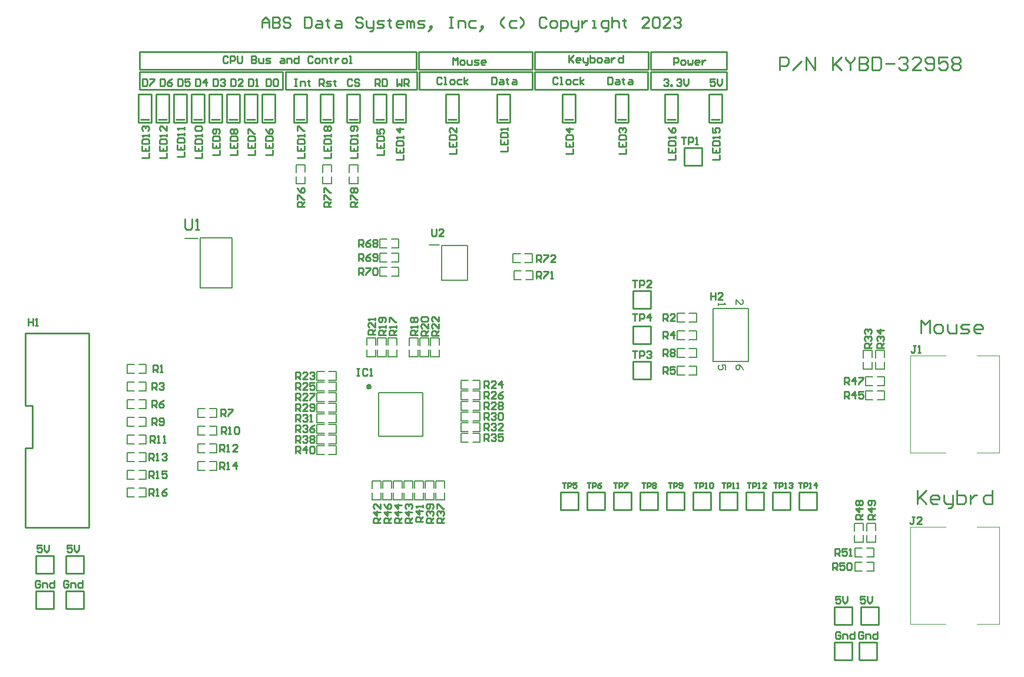
<source format=gto>
G04*
G04 #@! TF.GenerationSoftware,Altium Limited,Altium Designer,22.3.1 (43)*
G04*
G04 Layer_Color=65535*
%FSLAX25Y25*%
%MOIN*%
G70*
G04*
G04 #@! TF.SameCoordinates,95171FB7-D515-428C-BD45-E7A15DE81ABC*
G04*
G04*
G04 #@! TF.FilePolarity,Positive*
G04*
G01*
G75*
%ADD10C,0.01575*%
%ADD11C,0.01000*%
%ADD12C,0.00394*%
%ADD13C,0.00500*%
%ADD14C,0.00787*%
%ADD15C,0.00800*%
D10*
X202276Y179748D02*
G03*
X202276Y179748I-787J0D01*
G01*
D11*
X361000Y348000D02*
X404000D01*
X361000Y358000D02*
X404000D01*
Y348000D02*
Y358000D01*
X361000Y348000D02*
Y358000D01*
X295500Y348000D02*
X359500D01*
X295500Y358000D02*
X359500D01*
Y348000D02*
Y358000D01*
X295500Y348000D02*
Y358000D01*
X361000Y359500D02*
X404000D01*
X361000Y369500D02*
X404000D01*
Y359500D02*
Y369500D01*
X361000Y359500D02*
Y369500D01*
X71750Y359500D02*
X228250D01*
X71750Y369500D02*
X228250D01*
Y359500D02*
Y369500D01*
X71750Y359500D02*
Y369500D01*
X230000Y348000D02*
X294000D01*
X230000Y358000D02*
X294000D01*
Y348000D02*
Y358000D01*
X230000Y348000D02*
Y358000D01*
X229750Y359500D02*
X294000D01*
X229750Y369500D02*
X294000D01*
Y359500D02*
Y369500D01*
X229750Y359500D02*
Y369500D01*
X154200Y348000D02*
X228600D01*
X154200Y358000D02*
X228600D01*
Y348000D02*
Y358000D01*
X154200Y348000D02*
Y358000D01*
X295375Y359500D02*
X359625D01*
X295375Y369500D02*
X359625D01*
Y359500D02*
Y369500D01*
X295375Y359500D02*
Y369500D01*
X71700Y348000D02*
X152700D01*
X71700Y358000D02*
X152700D01*
Y348000D02*
Y358000D01*
X71700Y348000D02*
Y358000D01*
X40000Y54000D02*
Y64000D01*
X30000Y54000D02*
X40000D01*
X30000D02*
Y64000D01*
X40000D01*
X38000Y54000D02*
X40000D01*
X23000Y74000D02*
Y84000D01*
X13000Y74000D02*
X23000D01*
X13000D02*
Y84000D01*
X23000D01*
X21000Y74000D02*
X23000D01*
Y54000D02*
Y64000D01*
X13000Y54000D02*
X23000D01*
X13000D02*
Y64000D01*
X23000D01*
X21000Y54000D02*
X23000D01*
X40000Y74000D02*
Y84000D01*
X30000Y74000D02*
X40000D01*
X30000D02*
Y84000D01*
X40000D01*
X38000Y74000D02*
X40000D01*
X489000Y25000D02*
Y35000D01*
X479000Y25000D02*
X489000D01*
X479000D02*
Y35000D01*
X489000D01*
X487000Y25000D02*
X489000D01*
X490000Y45000D02*
Y55000D01*
X480000Y45000D02*
X490000D01*
X480000D02*
Y55000D01*
X490000D01*
X488000Y45000D02*
X490000D01*
X475000Y25000D02*
Y35000D01*
X465000Y25000D02*
X475000D01*
X465000D02*
Y35000D01*
X475000D01*
X473000Y25000D02*
X475000D01*
Y45000D02*
Y55000D01*
X465000Y45000D02*
X475000D01*
X465000D02*
Y55000D01*
X475000D01*
X473000Y45000D02*
X475000D01*
X312500Y331000D02*
X317000D01*
X311000Y329500D02*
X318500D01*
Y345500D01*
X311000D02*
X318500D01*
X311000Y329500D02*
Y345500D01*
X216500Y331000D02*
X221000D01*
X215000Y329500D02*
X222500D01*
Y345500D01*
X215000D02*
X222500D01*
X215000Y329500D02*
Y345500D01*
X205500Y331000D02*
X210000D01*
X204000Y329500D02*
X211500D01*
Y345500D01*
X204000D02*
X211500D01*
X204000Y329500D02*
Y345500D01*
X342500Y331000D02*
X347000D01*
X341000Y329500D02*
X348500D01*
Y345500D01*
X341000D02*
X348500D01*
X341000Y329500D02*
Y345500D01*
X246500Y331000D02*
X251000D01*
X245000Y329500D02*
X252500D01*
Y345500D01*
X245000D02*
X252500D01*
X245000Y329500D02*
Y345500D01*
X275500Y331000D02*
X280000D01*
X274000Y329500D02*
X281500D01*
Y345500D01*
X274000D02*
X281500D01*
X274000Y329500D02*
Y345500D01*
X370500Y331000D02*
X375000D01*
X369000Y329500D02*
X376500D01*
Y345500D01*
X369000D02*
X376500D01*
X369000Y329500D02*
Y345500D01*
X395500Y331000D02*
X400000D01*
X394000Y329500D02*
X401500D01*
Y345500D01*
X394000D02*
X401500D01*
X394000Y329500D02*
Y345500D01*
X72500Y331000D02*
X77000D01*
X71000Y329500D02*
X78500D01*
Y345500D01*
X71000D02*
X78500D01*
X71000Y329500D02*
Y345500D01*
X82500Y331000D02*
X87000D01*
X81000Y329500D02*
X88500D01*
Y345500D01*
X81000D02*
X88500D01*
X81000Y329500D02*
Y345500D01*
X92500Y331000D02*
X97000D01*
X91000Y329500D02*
X98500D01*
Y345500D01*
X91000D02*
X98500D01*
X91000Y329500D02*
Y345500D01*
X102500Y331000D02*
X107000D01*
X101000Y329500D02*
X108500D01*
Y345500D01*
X101000D02*
X108500D01*
X101000Y329500D02*
Y345500D01*
X112500Y331000D02*
X117000D01*
X111000Y329500D02*
X118500D01*
Y345500D01*
X111000D02*
X118500D01*
X111000Y329500D02*
Y345500D01*
X122500Y331000D02*
X127000D01*
X121000Y329500D02*
X128500D01*
Y345500D01*
X121000D02*
X128500D01*
X121000Y329500D02*
Y345500D01*
X132500Y331000D02*
X137000D01*
X131000Y329500D02*
X138500D01*
Y345500D01*
X131000D02*
X138500D01*
X131000Y329500D02*
Y345500D01*
X142500Y331000D02*
X147000D01*
X141000Y329500D02*
X148500D01*
Y345500D01*
X141000D02*
X148500D01*
X141000Y329500D02*
Y345500D01*
X190500Y331000D02*
X195000D01*
X189000Y329500D02*
X196500D01*
Y345500D01*
X189000D02*
X196500D01*
X189000Y329500D02*
Y345500D01*
X175500Y331000D02*
X180000D01*
X174000Y329500D02*
X181500D01*
Y345500D01*
X174000D02*
X181500D01*
X174000Y329500D02*
Y345500D01*
X160500Y331000D02*
X165000D01*
X159000Y329500D02*
X166500D01*
Y345500D01*
X159000D02*
X166500D01*
X159000Y329500D02*
Y345500D01*
X11000Y165000D02*
Y169000D01*
X7000D02*
X11000D01*
X7000Y210000D02*
X43000D01*
Y100000D02*
Y210000D01*
X7000Y100000D02*
X43000D01*
X7000D02*
Y145000D01*
Y169000D02*
Y210000D01*
Y145000D02*
X11000D01*
Y165000D01*
X361000Y184000D02*
Y194000D01*
X351000Y184000D02*
X361000D01*
X351000D02*
Y194000D01*
X361000D01*
X359000Y184000D02*
X361000D01*
Y224000D02*
Y234000D01*
X351000Y224000D02*
X361000D01*
X351000D02*
Y234000D01*
X361000D01*
X359000Y224000D02*
X361000D01*
X390000Y305000D02*
Y315000D01*
X380000Y305000D02*
X390000D01*
X380000D02*
Y315000D01*
X390000D01*
X388000Y305000D02*
X390000D01*
X361000Y204000D02*
Y214000D01*
X351000Y204000D02*
X361000D01*
X351000D02*
Y214000D01*
X361000D01*
X359000Y204000D02*
X361000D01*
X320000Y110000D02*
Y120000D01*
X310000Y110000D02*
X320000D01*
X310000D02*
Y120000D01*
X320000D01*
X318000Y110000D02*
X320000D01*
X335000D02*
Y120000D01*
X325000Y110000D02*
X335000D01*
X325000D02*
Y120000D01*
X335000D01*
X333000Y110000D02*
X335000D01*
X350000D02*
Y120000D01*
X340000Y110000D02*
X350000D01*
X340000D02*
Y120000D01*
X350000D01*
X348000Y110000D02*
X350000D01*
X365000D02*
Y120000D01*
X355000Y110000D02*
X365000D01*
X355000D02*
Y120000D01*
X365000D01*
X363000Y110000D02*
X365000D01*
X380000D02*
Y120000D01*
X370000Y110000D02*
X380000D01*
X370000D02*
Y120000D01*
X380000D01*
X378000Y110000D02*
X380000D01*
X395000D02*
Y120000D01*
X385000Y110000D02*
X395000D01*
X385000D02*
Y120000D01*
X395000D01*
X393000Y110000D02*
X395000D01*
X410000D02*
Y120000D01*
X400000Y110000D02*
X410000D01*
X400000D02*
Y120000D01*
X410000D01*
X408000Y110000D02*
X410000D01*
X425000D02*
Y120000D01*
X415000Y110000D02*
X425000D01*
X415000D02*
Y120000D01*
X425000D01*
X423000Y110000D02*
X425000D01*
X440000D02*
Y120000D01*
X430000Y110000D02*
X440000D01*
X430000D02*
Y120000D01*
X440000D01*
X438000Y110000D02*
X440000D01*
X455000D02*
Y120000D01*
X445000Y110000D02*
X455000D01*
X445000D02*
Y120000D01*
X455000D01*
X453000Y110000D02*
X455000D01*
X434000Y359000D02*
Y366498D01*
X437749D01*
X438998Y365248D01*
Y362749D01*
X437749Y361499D01*
X434000D01*
X441498Y359000D02*
X446496Y363998D01*
X448995Y359000D02*
Y366498D01*
X453994Y359000D01*
Y366498D01*
X463990D02*
Y359000D01*
Y361499D01*
X468989Y366498D01*
X465240Y362749D01*
X468989Y359000D01*
X471488Y366498D02*
Y365248D01*
X473987Y362749D01*
X476486Y365248D01*
Y366498D01*
X473987Y362749D02*
Y359000D01*
X478986Y366498D02*
Y359000D01*
X482734D01*
X483984Y360250D01*
Y361499D01*
X482734Y362749D01*
X478986D01*
X482734D01*
X483984Y363998D01*
Y365248D01*
X482734Y366498D01*
X478986D01*
X486483D02*
Y359000D01*
X490232D01*
X491481Y360250D01*
Y365248D01*
X490232Y366498D01*
X486483D01*
X493981Y362749D02*
X498979D01*
X501478Y365248D02*
X502728Y366498D01*
X505227D01*
X506477Y365248D01*
Y363998D01*
X505227Y362749D01*
X503977D01*
X505227D01*
X506477Y361499D01*
Y360250D01*
X505227Y359000D01*
X502728D01*
X501478Y360250D01*
X513974Y359000D02*
X508976D01*
X513974Y363998D01*
Y365248D01*
X512725Y366498D01*
X510225D01*
X508976Y365248D01*
X516473Y360250D02*
X517723Y359000D01*
X520222D01*
X521472Y360250D01*
Y365248D01*
X520222Y366498D01*
X517723D01*
X516473Y365248D01*
Y363998D01*
X517723Y362749D01*
X521472D01*
X528969Y366498D02*
X523971D01*
Y362749D01*
X526470Y363998D01*
X527720D01*
X528969Y362749D01*
Y360250D01*
X527720Y359000D01*
X525221D01*
X523971Y360250D01*
X531468Y365248D02*
X532718Y366498D01*
X535217D01*
X536467Y365248D01*
Y363998D01*
X535217Y362749D01*
X536467Y361499D01*
Y360250D01*
X535217Y359000D01*
X532718D01*
X531468Y360250D01*
Y361499D01*
X532718Y362749D01*
X531468Y363998D01*
Y365248D01*
X532718Y362749D02*
X535217D01*
X336627Y354999D02*
Y351000D01*
X338627D01*
X339293Y351666D01*
Y354332D01*
X338627Y354999D01*
X336627D01*
X341293Y353666D02*
X342625D01*
X343292Y352999D01*
Y351000D01*
X341293D01*
X340626Y351666D01*
X341293Y352333D01*
X343292D01*
X345291Y354332D02*
Y353666D01*
X344625D01*
X345958D01*
X345291D01*
Y351666D01*
X345958Y351000D01*
X348623Y353666D02*
X349956D01*
X350623Y352999D01*
Y351000D01*
X348623D01*
X347957Y351666D01*
X348623Y352333D01*
X350623D01*
X308293Y354332D02*
X307627Y354999D01*
X306294D01*
X305627Y354332D01*
Y351666D01*
X306294Y351000D01*
X307627D01*
X308293Y351666D01*
X309626Y351000D02*
X310959D01*
X310293D01*
Y354999D01*
X309626D01*
X313625Y351000D02*
X314958D01*
X315624Y351666D01*
Y352999D01*
X314958Y353666D01*
X313625D01*
X312958Y352999D01*
Y351666D01*
X313625Y351000D01*
X319623Y353666D02*
X317623D01*
X316957Y352999D01*
Y351666D01*
X317623Y351000D01*
X319623D01*
X320956D02*
Y354999D01*
Y352333D02*
X322955Y353666D01*
X320956Y352333D02*
X322955Y351000D01*
X314627Y367332D02*
Y363333D01*
Y364666D01*
X317293Y367332D01*
X315294Y365332D01*
X317293Y363333D01*
X320625D02*
X319292D01*
X318626Y363999D01*
Y365332D01*
X319292Y365999D01*
X320625D01*
X321292Y365332D01*
Y364666D01*
X318626D01*
X322625Y365999D02*
Y363999D01*
X323291Y363333D01*
X325290D01*
Y362666D01*
X324624Y362000D01*
X323958D01*
X325290Y363333D02*
Y365999D01*
X326624Y367332D02*
Y363333D01*
X328623D01*
X329289Y363999D01*
Y364666D01*
Y365332D01*
X328623Y365999D01*
X326624D01*
X331289Y363333D02*
X332622D01*
X333288Y363999D01*
Y365332D01*
X332622Y365999D01*
X331289D01*
X330622Y365332D01*
Y363999D01*
X331289Y363333D01*
X335287Y365999D02*
X336620D01*
X337287Y365332D01*
Y363333D01*
X335287D01*
X334621Y363999D01*
X335287Y364666D01*
X337287D01*
X338620Y365999D02*
Y363333D01*
Y364666D01*
X339286Y365332D01*
X339952Y365999D01*
X340619D01*
X345284Y367332D02*
Y363333D01*
X343285D01*
X342618Y363999D01*
Y365332D01*
X343285Y365999D01*
X345284D01*
X141000Y382999D02*
Y386998D01*
X142999Y388997D01*
X144999Y386998D01*
Y382999D01*
Y385998D01*
X141000D01*
X146998Y388997D02*
Y382999D01*
X149997D01*
X150997Y383999D01*
Y384999D01*
X149997Y385998D01*
X146998D01*
X149997D01*
X150997Y386998D01*
Y387998D01*
X149997Y388997D01*
X146998D01*
X156995Y387998D02*
X155995Y388997D01*
X153996D01*
X152996Y387998D01*
Y386998D01*
X153996Y385998D01*
X155995D01*
X156995Y384999D01*
Y383999D01*
X155995Y382999D01*
X153996D01*
X152996Y383999D01*
X164992Y388997D02*
Y382999D01*
X167991D01*
X168991Y383999D01*
Y387998D01*
X167991Y388997D01*
X164992D01*
X171990Y386998D02*
X173989D01*
X174989Y385998D01*
Y382999D01*
X171990D01*
X170990Y383999D01*
X171990Y384999D01*
X174989D01*
X177988Y387998D02*
Y386998D01*
X176988D01*
X178988D01*
X177988D01*
Y383999D01*
X178988Y382999D01*
X182986Y386998D02*
X184986D01*
X185985Y385998D01*
Y382999D01*
X182986D01*
X181987Y383999D01*
X182986Y384999D01*
X185985D01*
X197982Y387998D02*
X196982Y388997D01*
X194983D01*
X193983Y387998D01*
Y386998D01*
X194983Y385998D01*
X196982D01*
X197982Y384999D01*
Y383999D01*
X196982Y382999D01*
X194983D01*
X193983Y383999D01*
X199981Y386998D02*
Y383999D01*
X200981Y382999D01*
X203980D01*
Y382000D01*
X202980Y381000D01*
X201980D01*
X203980Y382999D02*
Y386998D01*
X205979Y382999D02*
X208978D01*
X209978Y383999D01*
X208978Y384999D01*
X206979D01*
X205979Y385998D01*
X206979Y386998D01*
X209978D01*
X212977Y387998D02*
Y386998D01*
X211977D01*
X213976D01*
X212977D01*
Y383999D01*
X213976Y382999D01*
X219974D02*
X217975D01*
X216975Y383999D01*
Y385998D01*
X217975Y386998D01*
X219974D01*
X220974Y385998D01*
Y384999D01*
X216975D01*
X222973Y382999D02*
Y386998D01*
X223973D01*
X224973Y385998D01*
Y382999D01*
Y385998D01*
X225973Y386998D01*
X226972Y385998D01*
Y382999D01*
X228972D02*
X231971D01*
X232970Y383999D01*
X231971Y384999D01*
X229971D01*
X228972Y385998D01*
X229971Y386998D01*
X232970D01*
X235969Y382000D02*
X236969Y382999D01*
Y383999D01*
X235969D01*
Y382999D01*
X236969D01*
X235969Y382000D01*
X234970Y381000D01*
X246966Y388997D02*
X248965D01*
X247965D01*
Y382999D01*
X246966D01*
X248965D01*
X251964D02*
Y386998D01*
X254963D01*
X255963Y385998D01*
Y382999D01*
X261961Y386998D02*
X258962D01*
X257962Y385998D01*
Y383999D01*
X258962Y382999D01*
X261961D01*
X264960Y382000D02*
X265960Y382999D01*
Y383999D01*
X264960D01*
Y382999D01*
X265960D01*
X264960Y382000D01*
X263960Y381000D01*
X277956Y382999D02*
X275956Y384999D01*
Y386998D01*
X277956Y388997D01*
X284953Y386998D02*
X281954D01*
X280955Y385998D01*
Y383999D01*
X281954Y382999D01*
X284953D01*
X286953D02*
X288952Y384999D01*
Y386998D01*
X286953Y388997D01*
X301948Y387998D02*
X300948Y388997D01*
X298949D01*
X297949Y387998D01*
Y383999D01*
X298949Y382999D01*
X300948D01*
X301948Y383999D01*
X304947Y382999D02*
X306946D01*
X307946Y383999D01*
Y385998D01*
X306946Y386998D01*
X304947D01*
X303947Y385998D01*
Y383999D01*
X304947Y382999D01*
X309945Y381000D02*
Y386998D01*
X312944D01*
X313944Y385998D01*
Y383999D01*
X312944Y382999D01*
X309945D01*
X315943Y386998D02*
Y383999D01*
X316943Y382999D01*
X319942D01*
Y382000D01*
X318942Y381000D01*
X317943D01*
X319942Y382999D02*
Y386998D01*
X321941D02*
Y382999D01*
Y384999D01*
X322941Y385998D01*
X323941Y386998D01*
X324940D01*
X327940Y382999D02*
X329939D01*
X328939D01*
Y386998D01*
X327940D01*
X334937Y381000D02*
X335937D01*
X336937Y382000D01*
Y386998D01*
X333938D01*
X332938Y385998D01*
Y383999D01*
X333938Y382999D01*
X336937D01*
X338936Y388997D02*
Y382999D01*
Y385998D01*
X339936Y386998D01*
X341935D01*
X342935Y385998D01*
Y382999D01*
X345934Y387998D02*
Y386998D01*
X344934D01*
X346933D01*
X345934D01*
Y383999D01*
X346933Y382999D01*
X359929D02*
X355930D01*
X359929Y386998D01*
Y387998D01*
X358929Y388997D01*
X356930D01*
X355930Y387998D01*
X361929D02*
X362928Y388997D01*
X364928D01*
X365927Y387998D01*
Y383999D01*
X364928Y382999D01*
X362928D01*
X361929Y383999D01*
Y387998D01*
X371925Y382999D02*
X367927D01*
X371925Y386998D01*
Y387998D01*
X370926Y388997D01*
X368926D01*
X367927Y387998D01*
X373925D02*
X374924Y388997D01*
X376924D01*
X377923Y387998D01*
Y386998D01*
X376924Y385998D01*
X375924D01*
X376924D01*
X377923Y384999D01*
Y383999D01*
X376924Y382999D01*
X374924D01*
X373925Y383999D01*
X123500Y353999D02*
Y350000D01*
X125499D01*
X126166Y350666D01*
Y353332D01*
X125499Y353999D01*
X123500D01*
X130165Y350000D02*
X127499D01*
X130165Y352666D01*
Y353332D01*
X129498Y353999D01*
X128165D01*
X127499Y353332D01*
X217500Y353999D02*
Y350000D01*
X218833Y351333D01*
X220166Y350000D01*
Y353999D01*
X221499Y350000D02*
Y353999D01*
X223498D01*
X224165Y353332D01*
Y351999D01*
X223498Y351333D01*
X221499D01*
X222832D02*
X224165Y350000D01*
X133500Y353999D02*
Y350000D01*
X135499D01*
X136166Y350666D01*
Y353332D01*
X135499Y353999D01*
X133500D01*
X137499Y350000D02*
X138832D01*
X138165D01*
Y353999D01*
X137499Y353332D01*
X143500Y353999D02*
Y350000D01*
X145499D01*
X146166Y350666D01*
Y353332D01*
X145499Y353999D01*
X143500D01*
X147499Y353332D02*
X148165Y353999D01*
X149498D01*
X150164Y353332D01*
Y350666D01*
X149498Y350000D01*
X148165D01*
X147499Y350666D01*
Y353332D01*
X159500Y354148D02*
X160833D01*
X160167D01*
Y350150D01*
X159500D01*
X160833D01*
X162832D02*
Y352815D01*
X164832D01*
X165498Y352149D01*
Y350150D01*
X167497Y353482D02*
Y352815D01*
X166831D01*
X168164D01*
X167497D01*
Y350816D01*
X168164Y350150D01*
X173500Y350000D02*
Y353999D01*
X175499D01*
X176166Y353332D01*
Y351999D01*
X175499Y351333D01*
X173500D01*
X174833D02*
X176166Y350000D01*
X177499D02*
X179498D01*
X180165Y350666D01*
X179498Y351333D01*
X178165D01*
X177499Y351999D01*
X178165Y352666D01*
X180165D01*
X182164Y353332D02*
Y352666D01*
X181497D01*
X182830D01*
X182164D01*
Y350666D01*
X182830Y350000D01*
X192166Y353332D02*
X191499Y353999D01*
X190166D01*
X189500Y353332D01*
Y350666D01*
X190166Y350000D01*
X191499D01*
X192166Y350666D01*
X196165Y353332D02*
X195498Y353999D01*
X194165D01*
X193499Y353332D01*
Y352666D01*
X194165Y351999D01*
X195498D01*
X196165Y351333D01*
Y350666D01*
X195498Y350000D01*
X194165D01*
X193499Y350666D01*
X121666Y366332D02*
X120999Y366999D01*
X119667D01*
X119000Y366332D01*
Y363666D01*
X119667Y363000D01*
X120999D01*
X121666Y363666D01*
X122999Y363000D02*
Y366999D01*
X124998D01*
X125664Y366332D01*
Y364999D01*
X124998Y364333D01*
X122999D01*
X126997Y366999D02*
Y363666D01*
X127664Y363000D01*
X128997D01*
X129663Y363666D01*
Y366999D01*
X134995D02*
Y363000D01*
X136994D01*
X137661Y363666D01*
Y364333D01*
X136994Y364999D01*
X134995D01*
X136994D01*
X137661Y365666D01*
Y366332D01*
X136994Y366999D01*
X134995D01*
X138994Y365666D02*
Y363666D01*
X139660Y363000D01*
X141659D01*
Y365666D01*
X142992Y363000D02*
X144992D01*
X145658Y363666D01*
X144992Y364333D01*
X143659D01*
X142992Y364999D01*
X143659Y365666D01*
X145658D01*
X151656D02*
X152989D01*
X153656Y364999D01*
Y363000D01*
X151656D01*
X150990Y363666D01*
X151656Y364333D01*
X153656D01*
X154988Y363000D02*
Y365666D01*
X156988D01*
X157654Y364999D01*
Y363000D01*
X161653Y366999D02*
Y363000D01*
X159653D01*
X158987Y363666D01*
Y364999D01*
X159653Y365666D01*
X161653D01*
X169650Y366332D02*
X168984Y366999D01*
X167651D01*
X166984Y366332D01*
Y363666D01*
X167651Y363000D01*
X168984D01*
X169650Y363666D01*
X171650Y363000D02*
X172983D01*
X173649Y363666D01*
Y364999D01*
X172983Y365666D01*
X171650D01*
X170983Y364999D01*
Y363666D01*
X171650Y363000D01*
X174982D02*
Y365666D01*
X176981D01*
X177648Y364999D01*
Y363000D01*
X179647Y366332D02*
Y365666D01*
X178981D01*
X180314D01*
X179647D01*
Y363666D01*
X180314Y363000D01*
X182313Y365666D02*
Y363000D01*
Y364333D01*
X182979Y364999D01*
X183646Y365666D01*
X184312D01*
X186978Y363000D02*
X188311D01*
X188977Y363666D01*
Y364999D01*
X188311Y365666D01*
X186978D01*
X186312Y364999D01*
Y363666D01*
X186978Y363000D01*
X190310D02*
X191643D01*
X190977D01*
Y366999D01*
X190310D01*
X93500Y353999D02*
Y350000D01*
X95499D01*
X96166Y350666D01*
Y353332D01*
X95499Y353999D01*
X93500D01*
X100164D02*
X97499D01*
Y351999D01*
X98832Y352666D01*
X99498D01*
X100164Y351999D01*
Y350666D01*
X99498Y350000D01*
X98165D01*
X97499Y350666D01*
X83500Y353999D02*
Y350000D01*
X85499D01*
X86166Y350666D01*
Y353332D01*
X85499Y353999D01*
X83500D01*
X90165D02*
X88832Y353332D01*
X87499Y351999D01*
Y350666D01*
X88165Y350000D01*
X89498D01*
X90165Y350666D01*
Y351333D01*
X89498Y351999D01*
X87499D01*
X73500Y353999D02*
Y350000D01*
X75499D01*
X76166Y350666D01*
Y353332D01*
X75499Y353999D01*
X73500D01*
X77499D02*
X80164D01*
Y353332D01*
X77499Y350666D01*
Y350000D01*
X103500Y353999D02*
Y350000D01*
X105499D01*
X106166Y350666D01*
Y353332D01*
X105499Y353999D01*
X103500D01*
X109498Y350000D02*
Y353999D01*
X107499Y351999D01*
X110164D01*
X113500Y353999D02*
Y350000D01*
X115499D01*
X116166Y350666D01*
Y353332D01*
X115499Y353999D01*
X113500D01*
X117499Y353332D02*
X118165Y353999D01*
X119498D01*
X120165Y353332D01*
Y352666D01*
X119498Y351999D01*
X118832D01*
X119498D01*
X120165Y351333D01*
Y350666D01*
X119498Y350000D01*
X118165D01*
X117499Y350666D01*
X205000Y350000D02*
Y353999D01*
X206999D01*
X207666Y353332D01*
Y351999D01*
X206999Y351333D01*
X205000D01*
X206333D02*
X207666Y350000D01*
X208999Y353999D02*
Y350000D01*
X210998D01*
X211665Y350666D01*
Y353332D01*
X210998Y353999D01*
X208999D01*
X249000Y362000D02*
Y365999D01*
X250333Y364666D01*
X251666Y365999D01*
Y362000D01*
X253665D02*
X254998D01*
X255664Y362666D01*
Y363999D01*
X254998Y364666D01*
X253665D01*
X252999Y363999D01*
Y362666D01*
X253665Y362000D01*
X256997Y364666D02*
Y362666D01*
X257664Y362000D01*
X259663D01*
Y364666D01*
X260996Y362000D02*
X262996D01*
X263662Y362666D01*
X262996Y363333D01*
X261663D01*
X260996Y363999D01*
X261663Y364666D01*
X263662D01*
X266994Y362000D02*
X265661D01*
X264995Y362666D01*
Y363999D01*
X265661Y364666D01*
X266994D01*
X267661Y363999D01*
Y363333D01*
X264995D01*
X374000Y362000D02*
Y365999D01*
X375999D01*
X376666Y365332D01*
Y363999D01*
X375999Y363333D01*
X374000D01*
X378665Y362000D02*
X379998D01*
X380664Y362666D01*
Y363999D01*
X379998Y364666D01*
X378665D01*
X377999Y363999D01*
Y362666D01*
X378665Y362000D01*
X381997Y364666D02*
Y362666D01*
X382664Y362000D01*
X383330Y362666D01*
X383997Y362000D01*
X384663Y362666D01*
Y364666D01*
X387996Y362000D02*
X386663D01*
X385996Y362666D01*
Y363999D01*
X386663Y364666D01*
X387996D01*
X388662Y363999D01*
Y363333D01*
X385996D01*
X389995Y364666D02*
Y362000D01*
Y363333D01*
X390661Y363999D01*
X391328Y364666D01*
X391994D01*
X397244Y354148D02*
X394578D01*
Y352149D01*
X395911Y352815D01*
X396578D01*
X397244Y352149D01*
Y350816D01*
X396578Y350150D01*
X395245D01*
X394578Y350816D01*
X398577Y354148D02*
Y351483D01*
X399910Y350150D01*
X401243Y351483D01*
Y354148D01*
X368500Y353482D02*
X369166Y354148D01*
X370499D01*
X371166Y353482D01*
Y352815D01*
X370499Y352149D01*
X369833D01*
X370499D01*
X371166Y351483D01*
Y350816D01*
X370499Y350150D01*
X369166D01*
X368500Y350816D01*
X372499Y350150D02*
Y350816D01*
X373165D01*
Y350150D01*
X372499D01*
X375831Y353482D02*
X376497Y354148D01*
X377830D01*
X378497Y353482D01*
Y352815D01*
X377830Y352149D01*
X377164D01*
X377830D01*
X378497Y351483D01*
Y350816D01*
X377830Y350150D01*
X376497D01*
X375831Y350816D01*
X379830Y354148D02*
Y351483D01*
X381163Y350150D01*
X382495Y351483D01*
Y354148D01*
X242666Y354332D02*
X241999Y354999D01*
X240666D01*
X240000Y354332D01*
Y351666D01*
X240666Y351000D01*
X241999D01*
X242666Y351666D01*
X243999Y351000D02*
X245332D01*
X244665D01*
Y354999D01*
X243999D01*
X247997Y351000D02*
X249330D01*
X249997Y351666D01*
Y352999D01*
X249330Y353666D01*
X247997D01*
X247331Y352999D01*
Y351666D01*
X247997Y351000D01*
X253995Y353666D02*
X251996D01*
X251330Y352999D01*
Y351666D01*
X251996Y351000D01*
X253995D01*
X255328D02*
Y354999D01*
Y352333D02*
X257328Y353666D01*
X255328Y352333D02*
X257328Y351000D01*
X271000Y354999D02*
Y351000D01*
X272999D01*
X273666Y351666D01*
Y354332D01*
X272999Y354999D01*
X271000D01*
X275665Y353666D02*
X276998D01*
X277664Y352999D01*
Y351000D01*
X275665D01*
X274999Y351666D01*
X275665Y352333D01*
X277664D01*
X279664Y354332D02*
Y353666D01*
X278997D01*
X280330D01*
X279664D01*
Y351666D01*
X280330Y351000D01*
X282996Y353666D02*
X284329D01*
X284996Y352999D01*
Y351000D01*
X282996D01*
X282330Y351666D01*
X282996Y352333D01*
X284996D01*
X512000Y120997D02*
Y113499D01*
Y115998D01*
X516998Y120997D01*
X513250Y117248D01*
X516998Y113499D01*
X523246D02*
X520747D01*
X519498Y114749D01*
Y117248D01*
X520747Y118498D01*
X523246D01*
X524496Y117248D01*
Y115998D01*
X519498D01*
X526995Y118498D02*
Y114749D01*
X528245Y113499D01*
X531993D01*
Y112250D01*
X530744Y111000D01*
X529494D01*
X531993Y113499D02*
Y118498D01*
X534493Y120997D02*
Y113499D01*
X538241D01*
X539491Y114749D01*
Y115998D01*
Y117248D01*
X538241Y118498D01*
X534493D01*
X541990D02*
Y113499D01*
Y115998D01*
X543240Y117248D01*
X544489Y118498D01*
X545739D01*
X554486Y120997D02*
Y113499D01*
X550737D01*
X549488Y114749D01*
Y117248D01*
X550737Y118498D01*
X554486D01*
X514000Y210000D02*
Y217498D01*
X516499Y214998D01*
X518998Y217498D01*
Y210000D01*
X522747D02*
X525246D01*
X526496Y211250D01*
Y213749D01*
X525246Y214998D01*
X522747D01*
X521498Y213749D01*
Y211250D01*
X522747Y210000D01*
X528995Y214998D02*
Y211250D01*
X530245Y210000D01*
X533993D01*
Y214998D01*
X536493Y210000D02*
X540241D01*
X541491Y211250D01*
X540241Y212499D01*
X537742D01*
X536493Y213749D01*
X537742Y214998D01*
X541491D01*
X547739Y210000D02*
X545240D01*
X543990Y211250D01*
Y213749D01*
X545240Y214998D01*
X547739D01*
X548989Y213749D01*
Y212499D01*
X543990D01*
X468334Y40333D02*
X467668Y40999D01*
X466335D01*
X465668Y40333D01*
Y37667D01*
X466335Y37001D01*
X467668D01*
X468334Y37667D01*
Y39000D01*
X467001D01*
X469667Y37001D02*
Y39666D01*
X471666D01*
X472333Y39000D01*
Y37001D01*
X476332Y40999D02*
Y37001D01*
X474332D01*
X473666Y37667D01*
Y39000D01*
X474332Y39666D01*
X476332D01*
X468334Y60999D02*
X465668D01*
Y59000D01*
X467001Y59666D01*
X467667D01*
X468334Y59000D01*
Y57667D01*
X467667Y57001D01*
X466334D01*
X465668Y57667D01*
X469666Y60999D02*
Y58334D01*
X470999Y57001D01*
X472332Y58334D01*
Y60999D01*
X481334Y40333D02*
X480668Y40999D01*
X479335D01*
X478668Y40333D01*
Y37667D01*
X479335Y37001D01*
X480668D01*
X481334Y37667D01*
Y39000D01*
X480001D01*
X482667Y37001D02*
Y39666D01*
X484666D01*
X485333Y39000D01*
Y37001D01*
X489332Y40999D02*
Y37001D01*
X487332D01*
X486666Y37667D01*
Y39000D01*
X487332Y39666D01*
X489332D01*
X482334Y60999D02*
X479668D01*
Y59000D01*
X481001Y59666D01*
X481667D01*
X482334Y59000D01*
Y57667D01*
X481667Y57001D01*
X480334D01*
X479668Y57667D01*
X483667Y60999D02*
Y58334D01*
X484999Y57001D01*
X486332Y58334D01*
Y60999D01*
X15334Y69333D02*
X14668Y69999D01*
X13335D01*
X12668Y69333D01*
Y66667D01*
X13335Y66001D01*
X14668D01*
X15334Y66667D01*
Y68000D01*
X14001D01*
X16667Y66001D02*
Y68666D01*
X18666D01*
X19333Y68000D01*
Y66001D01*
X23332Y69999D02*
Y66001D01*
X21332D01*
X20666Y66667D01*
Y68000D01*
X21332Y68666D01*
X23332D01*
X33334Y89999D02*
X30668D01*
Y88000D01*
X32001Y88666D01*
X32667D01*
X33334Y88000D01*
Y86667D01*
X32667Y86001D01*
X31334D01*
X30668Y86667D01*
X34666Y89999D02*
Y87334D01*
X35999Y86001D01*
X37332Y87334D01*
Y89999D01*
X31334Y69333D02*
X30668Y69999D01*
X29335D01*
X28668Y69333D01*
Y66667D01*
X29335Y66001D01*
X30668D01*
X31334Y66667D01*
Y68000D01*
X30001D01*
X32667Y66001D02*
Y68666D01*
X34666D01*
X35333Y68000D01*
Y66001D01*
X39332Y69999D02*
Y66001D01*
X37332D01*
X36666Y66667D01*
Y68000D01*
X37332Y68666D01*
X39332D01*
X16333Y89999D02*
X13668D01*
Y88000D01*
X15001Y88666D01*
X15667D01*
X16333Y88000D01*
Y86667D01*
X15667Y86001D01*
X14334D01*
X13668Y86667D01*
X17666Y89999D02*
Y87334D01*
X18999Y86001D01*
X20332Y87334D01*
Y89999D01*
X313001Y311835D02*
X316999D01*
Y314501D01*
X313001Y318500D02*
Y315834D01*
X316999D01*
Y318500D01*
X315000Y315834D02*
Y317167D01*
X313001Y319833D02*
X316999D01*
Y321832D01*
X316333Y322498D01*
X313667D01*
X313001Y321832D01*
Y319833D01*
X316999Y325831D02*
X313001D01*
X315000Y323831D01*
Y326497D01*
X237116Y269148D02*
Y265816D01*
X237783Y265150D01*
X239116D01*
X239782Y265816D01*
Y269148D01*
X243781Y265150D02*
X241115D01*
X243781Y267815D01*
Y268482D01*
X243114Y269148D01*
X241781D01*
X241115Y268482D01*
X97350Y274848D02*
Y269850D01*
X98350Y268850D01*
X100349D01*
X101349Y269850D01*
Y274848D01*
X103348Y268850D02*
X105347D01*
X104348D01*
Y274848D01*
X103348Y273848D01*
X444752Y125499D02*
X446751D01*
X445751D01*
Y122501D01*
X447751D02*
Y125499D01*
X449250D01*
X449750Y125000D01*
Y124000D01*
X449250Y123500D01*
X447751D01*
X450750Y122501D02*
X451749D01*
X451250D01*
Y125499D01*
X450750Y125000D01*
X454748Y122501D02*
Y125499D01*
X453249Y124000D01*
X455248D01*
X430752Y125499D02*
X432751D01*
X431751D01*
Y122501D01*
X433751D02*
Y125499D01*
X435250D01*
X435750Y125000D01*
Y124000D01*
X435250Y123500D01*
X433751D01*
X436750Y122501D02*
X437749D01*
X437250D01*
Y125499D01*
X436750Y125000D01*
X439249D02*
X439749Y125499D01*
X440749D01*
X441248Y125000D01*
Y124500D01*
X440749Y124000D01*
X440249D01*
X440749D01*
X441248Y123500D01*
Y123000D01*
X440749Y122501D01*
X439749D01*
X439249Y123000D01*
X415752Y125499D02*
X417751D01*
X416751D01*
Y122501D01*
X418751D02*
Y125499D01*
X420250D01*
X420750Y125000D01*
Y124000D01*
X420250Y123500D01*
X418751D01*
X421750Y122501D02*
X422749D01*
X422250D01*
Y125499D01*
X421750Y125000D01*
X426248Y122501D02*
X424249D01*
X426248Y124500D01*
Y125000D01*
X425748Y125499D01*
X424749D01*
X424249Y125000D01*
X401252Y125499D02*
X403251D01*
X402251D01*
Y122501D01*
X404251D02*
Y125499D01*
X405750D01*
X406250Y125000D01*
Y124000D01*
X405750Y123500D01*
X404251D01*
X407250Y122501D02*
X408249D01*
X407749D01*
Y125499D01*
X407250Y125000D01*
X409749Y122501D02*
X410748D01*
X410249D01*
Y125499D01*
X409749Y125000D01*
X385752Y125499D02*
X387751D01*
X386751D01*
Y122501D01*
X388751D02*
Y125499D01*
X390250D01*
X390750Y125000D01*
Y124000D01*
X390250Y123500D01*
X388751D01*
X391750Y122501D02*
X392749D01*
X392250D01*
Y125499D01*
X391750Y125000D01*
X394249D02*
X394749Y125499D01*
X395748D01*
X396248Y125000D01*
Y123000D01*
X395748Y122501D01*
X394749D01*
X394249Y123000D01*
Y125000D01*
X371001Y125499D02*
X373001D01*
X372001D01*
Y122501D01*
X374000D02*
Y125499D01*
X375500D01*
X376000Y125000D01*
Y124000D01*
X375500Y123500D01*
X374000D01*
X376999Y123000D02*
X377499Y122501D01*
X378499D01*
X378999Y123000D01*
Y125000D01*
X378499Y125499D01*
X377499D01*
X376999Y125000D01*
Y124500D01*
X377499Y124000D01*
X378999D01*
X356001Y125499D02*
X358001D01*
X357001D01*
Y122501D01*
X359000D02*
Y125499D01*
X360500D01*
X361000Y125000D01*
Y124000D01*
X360500Y123500D01*
X359000D01*
X361999Y125000D02*
X362499Y125499D01*
X363499D01*
X363999Y125000D01*
Y124500D01*
X363499Y124000D01*
X363999Y123500D01*
Y123000D01*
X363499Y122501D01*
X362499D01*
X361999Y123000D01*
Y123500D01*
X362499Y124000D01*
X361999Y124500D01*
Y125000D01*
X362499Y124000D02*
X363499D01*
X340001Y125499D02*
X342001D01*
X341001D01*
Y122501D01*
X343000D02*
Y125499D01*
X344500D01*
X345000Y125000D01*
Y124000D01*
X344500Y123500D01*
X343000D01*
X345999Y125499D02*
X347999D01*
Y125000D01*
X345999Y123000D01*
Y122501D01*
X325001Y125499D02*
X327001D01*
X326001D01*
Y122501D01*
X328000D02*
Y125499D01*
X329500D01*
X330000Y125000D01*
Y124000D01*
X329500Y123500D01*
X328000D01*
X332999Y125499D02*
X331999Y125000D01*
X330999Y124000D01*
Y123000D01*
X331499Y122501D01*
X332499D01*
X332999Y123000D01*
Y123500D01*
X332499Y124000D01*
X330999D01*
X311001Y125499D02*
X313001D01*
X312001D01*
Y122501D01*
X314000D02*
Y125499D01*
X315500D01*
X316000Y125000D01*
Y124000D01*
X315500Y123500D01*
X314000D01*
X318999Y125499D02*
X316999D01*
Y124000D01*
X317999Y124500D01*
X318499D01*
X318999Y124000D01*
Y123000D01*
X318499Y122501D01*
X317499D01*
X316999Y123000D01*
X350668Y220999D02*
X353334D01*
X352001D01*
Y217001D01*
X354667D02*
Y220999D01*
X356666D01*
X357333Y220333D01*
Y219000D01*
X356666Y218334D01*
X354667D01*
X360665Y217001D02*
Y220999D01*
X358666Y219000D01*
X361332D01*
X350668Y199999D02*
X353334D01*
X352001D01*
Y196001D01*
X354667D02*
Y199999D01*
X356666D01*
X357333Y199333D01*
Y198000D01*
X356666Y197334D01*
X354667D01*
X358666Y199333D02*
X359332Y199999D01*
X360665D01*
X361332Y199333D01*
Y198667D01*
X360665Y198000D01*
X359999D01*
X360665D01*
X361332Y197334D01*
Y196667D01*
X360665Y196001D01*
X359332D01*
X358666Y196667D01*
X350668Y239999D02*
X353334D01*
X352001D01*
Y236001D01*
X354667D02*
Y239999D01*
X356666D01*
X357333Y239333D01*
Y238000D01*
X356666Y237334D01*
X354667D01*
X361332Y236001D02*
X358666D01*
X361332Y238666D01*
Y239333D01*
X360665Y239999D01*
X359332D01*
X358666Y239333D01*
X378335Y320999D02*
X381001D01*
X379668D01*
Y317001D01*
X382334D02*
Y320999D01*
X384333D01*
X384999Y320333D01*
Y319000D01*
X384333Y318334D01*
X382334D01*
X386332Y317001D02*
X387665D01*
X386999D01*
Y320999D01*
X386332Y320333D01*
X194999Y281668D02*
X191001D01*
Y283668D01*
X191667Y284334D01*
X193000D01*
X193667Y283668D01*
Y281668D01*
Y283001D02*
X194999Y284334D01*
X191001Y285667D02*
Y288333D01*
X191667D01*
X194333Y285667D01*
X194999D01*
X191667Y289666D02*
X191001Y290332D01*
Y291665D01*
X191667Y292332D01*
X192333D01*
X193000Y291665D01*
X193667Y292332D01*
X194333D01*
X194999Y291665D01*
Y290332D01*
X194333Y289666D01*
X193667D01*
X193000Y290332D01*
X192333Y289666D01*
X191667D01*
X193000Y290332D02*
Y291665D01*
X179999Y281668D02*
X176001D01*
Y283668D01*
X176667Y284334D01*
X178000D01*
X178666Y283668D01*
Y281668D01*
Y283001D02*
X179999Y284334D01*
X176001Y285667D02*
Y288333D01*
X176667D01*
X179333Y285667D01*
X179999D01*
X176001Y289666D02*
Y292332D01*
X176667D01*
X179333Y289666D01*
X179999D01*
X164999Y281668D02*
X161001D01*
Y283668D01*
X161667Y284334D01*
X163000D01*
X163666Y283668D01*
Y281668D01*
Y283001D02*
X164999Y284334D01*
X161001Y285667D02*
Y288333D01*
X161667D01*
X164333Y285667D01*
X164999D01*
X161001Y292332D02*
X161667Y290999D01*
X163000Y289666D01*
X164333D01*
X164999Y290332D01*
Y291665D01*
X164333Y292332D01*
X163666D01*
X163000Y291665D01*
Y289666D01*
X296318Y250501D02*
Y254499D01*
X298317D01*
X298984Y253833D01*
Y252500D01*
X298317Y251834D01*
X296318D01*
X297651D02*
X298984Y250501D01*
X300317Y254499D02*
X302982D01*
Y253833D01*
X300317Y251167D01*
Y250501D01*
X306981D02*
X304315D01*
X306981Y253166D01*
Y253833D01*
X306315Y254499D01*
X304982D01*
X304315Y253833D01*
X296335Y241001D02*
Y244999D01*
X298334D01*
X299001Y244333D01*
Y243000D01*
X298334Y242334D01*
X296335D01*
X297668D02*
X299001Y241001D01*
X300334Y244999D02*
X302999D01*
Y244333D01*
X300334Y241667D01*
Y241001D01*
X304332D02*
X305665D01*
X304999D01*
Y244999D01*
X304332Y244333D01*
X195668Y243001D02*
Y246999D01*
X197668D01*
X198334Y246333D01*
Y245000D01*
X197668Y244334D01*
X195668D01*
X197001D02*
X198334Y243001D01*
X199667Y246999D02*
X202333D01*
Y246333D01*
X199667Y243667D01*
Y243001D01*
X203666Y246333D02*
X204332Y246999D01*
X205665D01*
X206332Y246333D01*
Y243667D01*
X205665Y243001D01*
X204332D01*
X203666Y243667D01*
Y246333D01*
X195668Y251001D02*
Y254999D01*
X197668D01*
X198334Y254333D01*
Y253000D01*
X197668Y252334D01*
X195668D01*
X197001D02*
X198334Y251001D01*
X202333Y254999D02*
X201000Y254333D01*
X199667Y253000D01*
Y251667D01*
X200333Y251001D01*
X201666D01*
X202333Y251667D01*
Y252334D01*
X201666Y253000D01*
X199667D01*
X203666Y251667D02*
X204332Y251001D01*
X205665D01*
X206332Y251667D01*
Y254333D01*
X205665Y254999D01*
X204332D01*
X203666Y254333D01*
Y253666D01*
X204332Y253000D01*
X206332D01*
X195668Y259001D02*
Y262999D01*
X197668D01*
X198334Y262333D01*
Y261000D01*
X197668Y260334D01*
X195668D01*
X197001D02*
X198334Y259001D01*
X202333Y262999D02*
X201000Y262333D01*
X199667Y261000D01*
Y259667D01*
X200333Y259001D01*
X201666D01*
X202333Y259667D01*
Y260334D01*
X201666Y261000D01*
X199667D01*
X203666Y262333D02*
X204332Y262999D01*
X205665D01*
X206332Y262333D01*
Y261666D01*
X205665Y261000D01*
X206332Y260334D01*
Y259667D01*
X205665Y259001D01*
X204332D01*
X203666Y259667D01*
Y260334D01*
X204332Y261000D01*
X203666Y261666D01*
Y262333D01*
X204332Y261000D02*
X205665D01*
X465335Y84001D02*
Y87999D01*
X467334D01*
X468001Y87333D01*
Y86000D01*
X467334Y85334D01*
X465335D01*
X466668D02*
X468001Y84001D01*
X471999Y87999D02*
X469334D01*
Y86000D01*
X470666Y86666D01*
X471333D01*
X471999Y86000D01*
Y84667D01*
X471333Y84001D01*
X470000D01*
X469334Y84667D01*
X473332Y84001D02*
X474665D01*
X473999D01*
Y87999D01*
X473332Y87333D01*
X464168Y76001D02*
Y79999D01*
X466168D01*
X466834Y79333D01*
Y78000D01*
X466168Y77334D01*
X464168D01*
X465501D02*
X466834Y76001D01*
X470833Y79999D02*
X468167D01*
Y78000D01*
X469500Y78666D01*
X470166D01*
X470833Y78000D01*
Y76667D01*
X470166Y76001D01*
X468834D01*
X468167Y76667D01*
X472166Y79333D02*
X472832Y79999D01*
X474165D01*
X474832Y79333D01*
Y76667D01*
X474165Y76001D01*
X472832D01*
X472166Y76667D01*
Y79333D01*
X487999Y104668D02*
X484001D01*
Y106668D01*
X484667Y107334D01*
X486000D01*
X486666Y106668D01*
Y104668D01*
Y106001D02*
X487999Y107334D01*
Y110667D02*
X484001D01*
X486000Y108667D01*
Y111333D01*
X487333Y112666D02*
X487999Y113332D01*
Y114665D01*
X487333Y115332D01*
X484667D01*
X484001Y114665D01*
Y113332D01*
X484667Y112666D01*
X485333D01*
X486000Y113332D01*
Y115332D01*
X480999Y104668D02*
X477001D01*
Y106668D01*
X477667Y107334D01*
X479000D01*
X479666Y106668D01*
Y104668D01*
Y106001D02*
X480999Y107334D01*
Y110667D02*
X477001D01*
X479000Y108667D01*
Y111333D01*
X477667Y112666D02*
X477001Y113332D01*
Y114665D01*
X477667Y115332D01*
X478334D01*
X479000Y114665D01*
X479666Y115332D01*
X480333D01*
X480999Y114665D01*
Y113332D01*
X480333Y112666D01*
X479666D01*
X479000Y113332D01*
X478334Y112666D01*
X477667D01*
X479000Y113332D02*
Y114665D01*
X470668Y181001D02*
Y184999D01*
X472668D01*
X473334Y184333D01*
Y183000D01*
X472668Y182334D01*
X470668D01*
X472001D02*
X473334Y181001D01*
X476666D02*
Y184999D01*
X474667Y183000D01*
X477333D01*
X478666Y184999D02*
X481332D01*
Y184333D01*
X478666Y181667D01*
Y181001D01*
X213999Y102668D02*
X210001D01*
Y104668D01*
X210667Y105334D01*
X212000D01*
X212666Y104668D01*
Y102668D01*
Y104001D02*
X213999Y105334D01*
Y108667D02*
X210001D01*
X212000Y106667D01*
Y109333D01*
X210001Y113332D02*
X210667Y111999D01*
X212000Y110666D01*
X213333D01*
X213999Y111332D01*
Y112665D01*
X213333Y113332D01*
X212666D01*
X212000Y112665D01*
Y110666D01*
X470668Y173001D02*
Y176999D01*
X472668D01*
X473334Y176333D01*
Y175000D01*
X472668Y174334D01*
X470668D01*
X472001D02*
X473334Y173001D01*
X476666D02*
Y176999D01*
X474667Y175000D01*
X477333D01*
X481332Y176999D02*
X478666D01*
Y175000D01*
X479999Y175666D01*
X480665D01*
X481332Y175000D01*
Y173667D01*
X480665Y173001D01*
X479332D01*
X478666Y173667D01*
X219999Y102668D02*
X216001D01*
Y104668D01*
X216667Y105334D01*
X218000D01*
X218666Y104668D01*
Y102668D01*
Y104001D02*
X219999Y105334D01*
Y108667D02*
X216001D01*
X218000Y106667D01*
Y109333D01*
X219999Y112665D02*
X216001D01*
X218000Y110666D01*
Y113332D01*
X225999Y102668D02*
X222001D01*
Y104668D01*
X222667Y105334D01*
X224000D01*
X224666Y104668D01*
Y102668D01*
Y104001D02*
X225999Y105334D01*
Y108667D02*
X222001D01*
X224000Y106667D01*
Y109333D01*
X222667Y110666D02*
X222001Y111332D01*
Y112665D01*
X222667Y113332D01*
X223334D01*
X224000Y112665D01*
Y111999D01*
Y112665D01*
X224666Y113332D01*
X225333D01*
X225999Y112665D01*
Y111332D01*
X225333Y110666D01*
X207999Y102668D02*
X204001D01*
Y104668D01*
X204667Y105334D01*
X206000D01*
X206666Y104668D01*
Y102668D01*
Y104001D02*
X207999Y105334D01*
Y108667D02*
X204001D01*
X206000Y106667D01*
Y109333D01*
X207999Y113332D02*
Y110666D01*
X205334Y113332D01*
X204667D01*
X204001Y112665D01*
Y111332D01*
X204667Y110666D01*
X231999Y103335D02*
X228001D01*
Y105334D01*
X228667Y106001D01*
X230000D01*
X230666Y105334D01*
Y103335D01*
Y104668D02*
X231999Y106001D01*
Y109333D02*
X228001D01*
X230000Y107334D01*
Y109999D01*
X231999Y111332D02*
Y112665D01*
Y111999D01*
X228001D01*
X228667Y111332D01*
X160168Y142001D02*
Y145999D01*
X162168D01*
X162834Y145333D01*
Y144000D01*
X162168Y143333D01*
X160168D01*
X161501D02*
X162834Y142001D01*
X166166D02*
Y145999D01*
X164167Y144000D01*
X166833D01*
X168166Y145333D02*
X168832Y145999D01*
X170165D01*
X170832Y145333D01*
Y142667D01*
X170165Y142001D01*
X168832D01*
X168166Y142667D01*
Y145333D01*
X237999Y102668D02*
X234001D01*
Y104668D01*
X234667Y105334D01*
X236000D01*
X236666Y104668D01*
Y102668D01*
Y104001D02*
X237999Y105334D01*
X234667Y106667D02*
X234001Y107334D01*
Y108667D01*
X234667Y109333D01*
X235333D01*
X236000Y108667D01*
Y108000D01*
Y108667D01*
X236666Y109333D01*
X237333D01*
X237999Y108667D01*
Y107334D01*
X237333Y106667D01*
Y110666D02*
X237999Y111332D01*
Y112665D01*
X237333Y113332D01*
X234667D01*
X234001Y112665D01*
Y111332D01*
X234667Y110666D01*
X235333D01*
X236000Y111332D01*
Y113332D01*
X160168Y148001D02*
Y151999D01*
X162168D01*
X162834Y151333D01*
Y150000D01*
X162168Y149334D01*
X160168D01*
X161501D02*
X162834Y148001D01*
X164167Y151333D02*
X164833Y151999D01*
X166166D01*
X166833Y151333D01*
Y150666D01*
X166166Y150000D01*
X165500D01*
X166166D01*
X166833Y149334D01*
Y148667D01*
X166166Y148001D01*
X164833D01*
X164167Y148667D01*
X168166Y151333D02*
X168832Y151999D01*
X170165D01*
X170832Y151333D01*
Y150666D01*
X170165Y150000D01*
X170832Y149334D01*
Y148667D01*
X170165Y148001D01*
X168832D01*
X168166Y148667D01*
Y149334D01*
X168832Y150000D01*
X168166Y150666D01*
Y151333D01*
X168832Y150000D02*
X170165D01*
X243999Y102668D02*
X240001D01*
Y104668D01*
X240667Y105334D01*
X242000D01*
X242666Y104668D01*
Y102668D01*
Y104001D02*
X243999Y105334D01*
X240667Y106667D02*
X240001Y107334D01*
Y108667D01*
X240667Y109333D01*
X241334D01*
X242000Y108667D01*
Y108000D01*
Y108667D01*
X242666Y109333D01*
X243333D01*
X243999Y108667D01*
Y107334D01*
X243333Y106667D01*
X240001Y110666D02*
Y113332D01*
X240667D01*
X243333Y110666D01*
X243999D01*
X160168Y154001D02*
Y157999D01*
X162168D01*
X162834Y157333D01*
Y156000D01*
X162168Y155333D01*
X160168D01*
X161501D02*
X162834Y154001D01*
X164167Y157333D02*
X164833Y157999D01*
X166166D01*
X166833Y157333D01*
Y156667D01*
X166166Y156000D01*
X165500D01*
X166166D01*
X166833Y155333D01*
Y154667D01*
X166166Y154001D01*
X164833D01*
X164167Y154667D01*
X170832Y157999D02*
X169499Y157333D01*
X168166Y156000D01*
Y154667D01*
X168832Y154001D01*
X170165D01*
X170832Y154667D01*
Y155333D01*
X170165Y156000D01*
X168166D01*
X266668Y149001D02*
Y152999D01*
X268668D01*
X269334Y152333D01*
Y151000D01*
X268668Y150333D01*
X266668D01*
X268001D02*
X269334Y149001D01*
X270667Y152333D02*
X271334Y152999D01*
X272666D01*
X273333Y152333D01*
Y151666D01*
X272666Y151000D01*
X272000D01*
X272666D01*
X273333Y150333D01*
Y149667D01*
X272666Y149001D01*
X271334D01*
X270667Y149667D01*
X277332Y152999D02*
X274666D01*
Y151000D01*
X275999Y151666D01*
X276665D01*
X277332Y151000D01*
Y149667D01*
X276665Y149001D01*
X275332D01*
X274666Y149667D01*
X492999Y201668D02*
X489001D01*
Y203668D01*
X489667Y204334D01*
X491000D01*
X491666Y203668D01*
Y201668D01*
Y203001D02*
X492999Y204334D01*
X489667Y205667D02*
X489001Y206334D01*
Y207666D01*
X489667Y208333D01*
X490334D01*
X491000Y207666D01*
Y207000D01*
Y207666D01*
X491666Y208333D01*
X492333D01*
X492999Y207666D01*
Y206334D01*
X492333Y205667D01*
X492999Y211665D02*
X489001D01*
X491000Y209666D01*
Y212332D01*
X485999Y201668D02*
X482001D01*
Y203668D01*
X482667Y204334D01*
X484000D01*
X484666Y203668D01*
Y201668D01*
Y203001D02*
X485999Y204334D01*
X482667Y205667D02*
X482001Y206334D01*
Y207666D01*
X482667Y208333D01*
X483333D01*
X484000Y207666D01*
Y207000D01*
Y207666D01*
X484666Y208333D01*
X485333D01*
X485999Y207666D01*
Y206334D01*
X485333Y205667D01*
X482667Y209666D02*
X482001Y210332D01*
Y211665D01*
X482667Y212332D01*
X483333D01*
X484000Y211665D01*
Y210999D01*
Y211665D01*
X484666Y212332D01*
X485333D01*
X485999Y211665D01*
Y210332D01*
X485333Y209666D01*
X266668Y155001D02*
Y158999D01*
X268668D01*
X269334Y158333D01*
Y157000D01*
X268668Y156333D01*
X266668D01*
X268001D02*
X269334Y155001D01*
X270667Y158333D02*
X271334Y158999D01*
X272666D01*
X273333Y158333D01*
Y157667D01*
X272666Y157000D01*
X272000D01*
X272666D01*
X273333Y156333D01*
Y155667D01*
X272666Y155001D01*
X271334D01*
X270667Y155667D01*
X277332Y155001D02*
X274666D01*
X277332Y157667D01*
Y158333D01*
X276665Y158999D01*
X275332D01*
X274666Y158333D01*
X160168Y160001D02*
Y163999D01*
X162168D01*
X162834Y163333D01*
Y162000D01*
X162168Y161334D01*
X160168D01*
X161501D02*
X162834Y160001D01*
X164167Y163333D02*
X164833Y163999D01*
X166166D01*
X166833Y163333D01*
Y162666D01*
X166166Y162000D01*
X165500D01*
X166166D01*
X166833Y161334D01*
Y160667D01*
X166166Y160001D01*
X164833D01*
X164167Y160667D01*
X168166Y160001D02*
X169499D01*
X168832D01*
Y163999D01*
X168166Y163333D01*
X266668Y161001D02*
Y164999D01*
X268668D01*
X269334Y164333D01*
Y163000D01*
X268668Y162334D01*
X266668D01*
X268001D02*
X269334Y161001D01*
X270667Y164333D02*
X271334Y164999D01*
X272666D01*
X273333Y164333D01*
Y163666D01*
X272666Y163000D01*
X272000D01*
X272666D01*
X273333Y162334D01*
Y161667D01*
X272666Y161001D01*
X271334D01*
X270667Y161667D01*
X274666Y164333D02*
X275332Y164999D01*
X276665D01*
X277332Y164333D01*
Y161667D01*
X276665Y161001D01*
X275332D01*
X274666Y161667D01*
Y164333D01*
X160168Y166001D02*
Y169999D01*
X162168D01*
X162834Y169333D01*
Y168000D01*
X162168Y167333D01*
X160168D01*
X161501D02*
X162834Y166001D01*
X166833D02*
X164167D01*
X166833Y168667D01*
Y169333D01*
X166166Y169999D01*
X164833D01*
X164167Y169333D01*
X168166Y166667D02*
X168832Y166001D01*
X170165D01*
X170832Y166667D01*
Y169333D01*
X170165Y169999D01*
X168832D01*
X168166Y169333D01*
Y168667D01*
X168832Y168000D01*
X170832D01*
X266668Y167001D02*
Y170999D01*
X268668D01*
X269334Y170333D01*
Y169000D01*
X268668Y168333D01*
X266668D01*
X268001D02*
X269334Y167001D01*
X273333D02*
X270667D01*
X273333Y169667D01*
Y170333D01*
X272666Y170999D01*
X271334D01*
X270667Y170333D01*
X274666D02*
X275332Y170999D01*
X276665D01*
X277332Y170333D01*
Y169667D01*
X276665Y169000D01*
X277332Y168333D01*
Y167667D01*
X276665Y167001D01*
X275332D01*
X274666Y167667D01*
Y168333D01*
X275332Y169000D01*
X274666Y169667D01*
Y170333D01*
X275332Y169000D02*
X276665D01*
X160168Y172001D02*
Y175999D01*
X162168D01*
X162834Y175333D01*
Y174000D01*
X162168Y173334D01*
X160168D01*
X161501D02*
X162834Y172001D01*
X166833D02*
X164167D01*
X166833Y174667D01*
Y175333D01*
X166166Y175999D01*
X164833D01*
X164167Y175333D01*
X168166Y175999D02*
X170832D01*
Y175333D01*
X168166Y172667D01*
Y172001D01*
X266668Y173001D02*
Y176999D01*
X268668D01*
X269334Y176333D01*
Y175000D01*
X268668Y174334D01*
X266668D01*
X268001D02*
X269334Y173001D01*
X273333D02*
X270667D01*
X273333Y175666D01*
Y176333D01*
X272666Y176999D01*
X271334D01*
X270667Y176333D01*
X277332Y176999D02*
X275999Y176333D01*
X274666Y175000D01*
Y173667D01*
X275332Y173001D01*
X276665D01*
X277332Y173667D01*
Y174334D01*
X276665Y175000D01*
X274666D01*
X160168Y178001D02*
Y181999D01*
X162168D01*
X162834Y181333D01*
Y180000D01*
X162168Y179333D01*
X160168D01*
X161501D02*
X162834Y178001D01*
X166833D02*
X164167D01*
X166833Y180666D01*
Y181333D01*
X166166Y181999D01*
X164833D01*
X164167Y181333D01*
X170832Y181999D02*
X168166D01*
Y180000D01*
X169499Y180666D01*
X170165D01*
X170832Y180000D01*
Y178667D01*
X170165Y178001D01*
X168832D01*
X168166Y178667D01*
X266668Y179001D02*
Y182999D01*
X268668D01*
X269334Y182333D01*
Y181000D01*
X268668Y180333D01*
X266668D01*
X268001D02*
X269334Y179001D01*
X273333D02*
X270667D01*
X273333Y181667D01*
Y182333D01*
X272666Y182999D01*
X271334D01*
X270667Y182333D01*
X276665Y179001D02*
Y182999D01*
X274666Y181000D01*
X277332D01*
X160168Y184001D02*
Y187999D01*
X162168D01*
X162834Y187333D01*
Y186000D01*
X162168Y185334D01*
X160168D01*
X161501D02*
X162834Y184001D01*
X166833D02*
X164167D01*
X166833Y186667D01*
Y187333D01*
X166166Y187999D01*
X164833D01*
X164167Y187333D01*
X168166D02*
X168832Y187999D01*
X170165D01*
X170832Y187333D01*
Y186667D01*
X170165Y186000D01*
X169499D01*
X170165D01*
X170832Y185334D01*
Y184667D01*
X170165Y184001D01*
X168832D01*
X168166Y184667D01*
X240999Y208668D02*
X237001D01*
Y210668D01*
X237667Y211334D01*
X239000D01*
X239666Y210668D01*
Y208668D01*
Y210001D02*
X240999Y211334D01*
Y215333D02*
Y212667D01*
X238334Y215333D01*
X237667D01*
X237001Y214666D01*
Y213334D01*
X237667Y212667D01*
X240999Y219332D02*
Y216666D01*
X238334Y219332D01*
X237667D01*
X237001Y218665D01*
Y217332D01*
X237667Y216666D01*
X204999Y209335D02*
X201001D01*
Y211334D01*
X201667Y212001D01*
X203000D01*
X203666Y211334D01*
Y209335D01*
Y210668D02*
X204999Y212001D01*
Y215999D02*
Y213334D01*
X202333Y215999D01*
X201667D01*
X201001Y215333D01*
Y214000D01*
X201667Y213334D01*
X204999Y217332D02*
Y218665D01*
Y217999D01*
X201001D01*
X201667Y217332D01*
X234999Y208668D02*
X231001D01*
Y210668D01*
X231667Y211334D01*
X233000D01*
X233666Y210668D01*
Y208668D01*
Y210001D02*
X234999Y211334D01*
Y215333D02*
Y212667D01*
X232334Y215333D01*
X231667D01*
X231001Y214666D01*
Y213334D01*
X231667Y212667D01*
Y216666D02*
X231001Y217332D01*
Y218665D01*
X231667Y219332D01*
X234333D01*
X234999Y218665D01*
Y217332D01*
X234333Y216666D01*
X231667D01*
X210999Y209002D02*
X207001D01*
Y211001D01*
X207667Y211667D01*
X209000D01*
X209666Y211001D01*
Y209002D01*
Y210334D02*
X210999Y211667D01*
Y213000D02*
Y214333D01*
Y213667D01*
X207001D01*
X207667Y213000D01*
X210333Y216333D02*
X210999Y216999D01*
Y218332D01*
X210333Y218998D01*
X207667D01*
X207001Y218332D01*
Y216999D01*
X207667Y216333D01*
X208334D01*
X209000Y216999D01*
Y218998D01*
X228999Y209002D02*
X225001D01*
Y211001D01*
X225667Y211667D01*
X227000D01*
X227666Y211001D01*
Y209002D01*
Y210334D02*
X228999Y211667D01*
Y213000D02*
Y214333D01*
Y213667D01*
X225001D01*
X225667Y213000D01*
Y216333D02*
X225001Y216999D01*
Y218332D01*
X225667Y218998D01*
X226334D01*
X227000Y218332D01*
X227666Y218998D01*
X228333D01*
X228999Y218332D01*
Y216999D01*
X228333Y216333D01*
X227666D01*
X227000Y216999D01*
X226334Y216333D01*
X225667D01*
X227000Y216999D02*
Y218332D01*
X216999Y209002D02*
X213001D01*
Y211001D01*
X213667Y211667D01*
X215000D01*
X215666Y211001D01*
Y209002D01*
Y210334D02*
X216999Y211667D01*
Y213000D02*
Y214333D01*
Y213667D01*
X213001D01*
X213667Y213000D01*
X213001Y216333D02*
Y218998D01*
X213667D01*
X216333Y216333D01*
X216999D01*
X77002Y118001D02*
Y121999D01*
X79001D01*
X79667Y121333D01*
Y120000D01*
X79001Y119334D01*
X77002D01*
X78334D02*
X79667Y118001D01*
X81000D02*
X82333D01*
X81667D01*
Y121999D01*
X81000Y121333D01*
X86998Y121999D02*
X85666Y121333D01*
X84333Y120000D01*
Y118667D01*
X84999Y118001D01*
X86332D01*
X86998Y118667D01*
Y119334D01*
X86332Y120000D01*
X84333D01*
X77002Y128001D02*
Y131999D01*
X79001D01*
X79667Y131333D01*
Y130000D01*
X79001Y129333D01*
X77002D01*
X78334D02*
X79667Y128001D01*
X81000D02*
X82333D01*
X81667D01*
Y131999D01*
X81000Y131333D01*
X86998Y131999D02*
X84333D01*
Y130000D01*
X85666Y130666D01*
X86332D01*
X86998Y130000D01*
Y128667D01*
X86332Y128001D01*
X84999D01*
X84333Y128667D01*
X117002Y133001D02*
Y136999D01*
X119001D01*
X119667Y136333D01*
Y135000D01*
X119001Y134334D01*
X117002D01*
X118334D02*
X119667Y133001D01*
X121000D02*
X122333D01*
X121667D01*
Y136999D01*
X121000Y136333D01*
X126332Y133001D02*
Y136999D01*
X124333Y135000D01*
X126998D01*
X77002Y138001D02*
Y141999D01*
X79001D01*
X79667Y141333D01*
Y140000D01*
X79001Y139333D01*
X77002D01*
X78334D02*
X79667Y138001D01*
X81000D02*
X82333D01*
X81667D01*
Y141999D01*
X81000Y141333D01*
X84333D02*
X84999Y141999D01*
X86332D01*
X86998Y141333D01*
Y140666D01*
X86332Y140000D01*
X85666D01*
X86332D01*
X86998Y139333D01*
Y138667D01*
X86332Y138001D01*
X84999D01*
X84333Y138667D01*
X117002Y143001D02*
Y146999D01*
X119001D01*
X119667Y146333D01*
Y145000D01*
X119001Y144334D01*
X117002D01*
X118334D02*
X119667Y143001D01*
X121000D02*
X122333D01*
X121667D01*
Y146999D01*
X121000Y146333D01*
X126998Y143001D02*
X124333D01*
X126998Y145667D01*
Y146333D01*
X126332Y146999D01*
X124999D01*
X124333Y146333D01*
X77668Y148001D02*
Y151999D01*
X79667D01*
X80334Y151333D01*
Y150000D01*
X79667Y149334D01*
X77668D01*
X79001D02*
X80334Y148001D01*
X81667D02*
X83000D01*
X82333D01*
Y151999D01*
X81667Y151333D01*
X84999Y148001D02*
X86332D01*
X85666D01*
Y151999D01*
X84999Y151333D01*
X118002Y153001D02*
Y156999D01*
X120001D01*
X120667Y156333D01*
Y155000D01*
X120001Y154333D01*
X118002D01*
X119334D02*
X120667Y153001D01*
X122000D02*
X123333D01*
X122667D01*
Y156999D01*
X122000Y156333D01*
X125333D02*
X125999Y156999D01*
X127332D01*
X127998Y156333D01*
Y153667D01*
X127332Y153001D01*
X125999D01*
X125333Y153667D01*
Y156333D01*
X78668Y158001D02*
Y161999D01*
X80667D01*
X81334Y161333D01*
Y160000D01*
X80667Y159334D01*
X78668D01*
X80001D02*
X81334Y158001D01*
X82666Y158667D02*
X83333Y158001D01*
X84666D01*
X85332Y158667D01*
Y161333D01*
X84666Y161999D01*
X83333D01*
X82666Y161333D01*
Y160667D01*
X83333Y160000D01*
X85332D01*
X368168Y197001D02*
Y200999D01*
X370167D01*
X370834Y200333D01*
Y199000D01*
X370167Y198334D01*
X368168D01*
X369501D02*
X370834Y197001D01*
X372166Y200333D02*
X372833Y200999D01*
X374166D01*
X374832Y200333D01*
Y199667D01*
X374166Y199000D01*
X374832Y198334D01*
Y197667D01*
X374166Y197001D01*
X372833D01*
X372166Y197667D01*
Y198334D01*
X372833Y199000D01*
X372166Y199667D01*
Y200333D01*
X372833Y199000D02*
X374166D01*
X117668Y163001D02*
Y166999D01*
X119667D01*
X120334Y166333D01*
Y165000D01*
X119667Y164333D01*
X117668D01*
X119001D02*
X120334Y163001D01*
X121667Y166999D02*
X124332D01*
Y166333D01*
X121667Y163667D01*
Y163001D01*
X78668Y168001D02*
Y171999D01*
X80667D01*
X81334Y171333D01*
Y170000D01*
X80667Y169334D01*
X78668D01*
X80001D02*
X81334Y168001D01*
X85332Y171999D02*
X83999Y171333D01*
X82666Y170000D01*
Y168667D01*
X83333Y168001D01*
X84666D01*
X85332Y168667D01*
Y169334D01*
X84666Y170000D01*
X82666D01*
X368168Y187001D02*
Y190999D01*
X370167D01*
X370834Y190333D01*
Y189000D01*
X370167Y188333D01*
X368168D01*
X369501D02*
X370834Y187001D01*
X374832Y190999D02*
X372166D01*
Y189000D01*
X373499Y189666D01*
X374166D01*
X374832Y189000D01*
Y187667D01*
X374166Y187001D01*
X372833D01*
X372166Y187667D01*
X368168Y207001D02*
Y210999D01*
X370167D01*
X370834Y210333D01*
Y209000D01*
X370167Y208334D01*
X368168D01*
X369501D02*
X370834Y207001D01*
X374166D02*
Y210999D01*
X372166Y209000D01*
X374832D01*
X78668Y178001D02*
Y181999D01*
X80667D01*
X81334Y181333D01*
Y180000D01*
X80667Y179333D01*
X78668D01*
X80001D02*
X81334Y178001D01*
X82666Y181333D02*
X83333Y181999D01*
X84666D01*
X85332Y181333D01*
Y180666D01*
X84666Y180000D01*
X83999D01*
X84666D01*
X85332Y179333D01*
Y178667D01*
X84666Y178001D01*
X83333D01*
X82666Y178667D01*
X368168Y217001D02*
Y220999D01*
X370167D01*
X370834Y220333D01*
Y219000D01*
X370167Y218334D01*
X368168D01*
X369501D02*
X370834Y217001D01*
X374832D02*
X372166D01*
X374832Y219666D01*
Y220333D01*
X374166Y220999D01*
X372833D01*
X372166Y220333D01*
X79334Y188001D02*
Y191999D01*
X81334D01*
X82000Y191333D01*
Y190000D01*
X81334Y189333D01*
X79334D01*
X80667D02*
X82000Y188001D01*
X83333D02*
X84666D01*
X83999D01*
Y191999D01*
X83333Y191333D01*
X191001Y309503D02*
X194999D01*
Y312169D01*
X191001Y316167D02*
Y313502D01*
X194999D01*
Y316167D01*
X193000Y313502D02*
Y314834D01*
X191001Y317500D02*
X194999D01*
Y319500D01*
X194333Y320166D01*
X191667D01*
X191001Y319500D01*
Y317500D01*
X194999Y321499D02*
Y322832D01*
Y322165D01*
X191001D01*
X191667Y321499D01*
X194333Y324831D02*
X194999Y325498D01*
Y326831D01*
X194333Y327497D01*
X191667D01*
X191001Y326831D01*
Y325498D01*
X191667Y324831D01*
X192333D01*
X193000Y325498D01*
Y327497D01*
X176001Y309353D02*
X179999D01*
Y312019D01*
X176001Y316018D02*
Y313352D01*
X179999D01*
Y316018D01*
X178000Y313352D02*
Y314685D01*
X176001Y317351D02*
X179999D01*
Y319350D01*
X179333Y320017D01*
X176667D01*
X176001Y319350D01*
Y317351D01*
X179999Y321349D02*
Y322682D01*
Y322016D01*
X176001D01*
X176667Y321349D01*
Y324682D02*
X176001Y325348D01*
Y326681D01*
X176667Y327347D01*
X177333D01*
X178000Y326681D01*
X178666Y327347D01*
X179333D01*
X179999Y326681D01*
Y325348D01*
X179333Y324682D01*
X178666D01*
X178000Y325348D01*
X177333Y324682D01*
X176667D01*
X178000Y325348D02*
Y326681D01*
X161001Y309503D02*
X164999D01*
Y312169D01*
X161001Y316167D02*
Y313502D01*
X164999D01*
Y316167D01*
X163000Y313502D02*
Y314834D01*
X161001Y317500D02*
X164999D01*
Y319500D01*
X164333Y320166D01*
X161667D01*
X161001Y319500D01*
Y317500D01*
X164999Y321499D02*
Y322832D01*
Y322165D01*
X161001D01*
X161667Y321499D01*
X161001Y324831D02*
Y327497D01*
X161667D01*
X164333Y324831D01*
X164999D01*
X371001Y308503D02*
X374999D01*
Y311169D01*
X371001Y315167D02*
Y312502D01*
X374999D01*
Y315167D01*
X373000Y312502D02*
Y313835D01*
X371001Y316500D02*
X374999D01*
Y318500D01*
X374333Y319166D01*
X371667D01*
X371001Y318500D01*
Y316500D01*
X374999Y320499D02*
Y321832D01*
Y321165D01*
X371001D01*
X371667Y320499D01*
X371001Y326497D02*
X371667Y325164D01*
X373000Y323831D01*
X374333D01*
X374999Y324498D01*
Y325831D01*
X374333Y326497D01*
X373666D01*
X373000Y325831D01*
Y323831D01*
X396001Y308503D02*
X399999D01*
Y311169D01*
X396001Y315167D02*
Y312502D01*
X399999D01*
Y315167D01*
X398000Y312502D02*
Y313835D01*
X396001Y316500D02*
X399999D01*
Y318500D01*
X399333Y319166D01*
X396667D01*
X396001Y318500D01*
Y316500D01*
X399999Y320499D02*
Y321832D01*
Y321165D01*
X396001D01*
X396667Y320499D01*
X396001Y326497D02*
Y323831D01*
X398000D01*
X397334Y325164D01*
Y325831D01*
X398000Y326497D01*
X399333D01*
X399999Y325831D01*
Y324498D01*
X399333Y323831D01*
X217001Y308503D02*
X220999D01*
Y311169D01*
X217001Y315167D02*
Y312502D01*
X220999D01*
Y315167D01*
X219000Y312502D02*
Y313835D01*
X217001Y316500D02*
X220999D01*
Y318500D01*
X220333Y319166D01*
X217667D01*
X217001Y318500D01*
Y316500D01*
X220999Y320499D02*
Y321832D01*
Y321165D01*
X217001D01*
X217667Y320499D01*
X220999Y325831D02*
X217001D01*
X219000Y323831D01*
Y326497D01*
X73001Y309503D02*
X76999D01*
Y312169D01*
X73001Y316167D02*
Y313502D01*
X76999D01*
Y316167D01*
X75000Y313502D02*
Y314834D01*
X73001Y317500D02*
X76999D01*
Y319500D01*
X76333Y320166D01*
X73667D01*
X73001Y319500D01*
Y317500D01*
X76999Y321499D02*
Y322832D01*
Y322165D01*
X73001D01*
X73667Y321499D01*
Y324831D02*
X73001Y325498D01*
Y326831D01*
X73667Y327497D01*
X74334D01*
X75000Y326831D01*
Y326164D01*
Y326831D01*
X75666Y327497D01*
X76333D01*
X76999Y326831D01*
Y325498D01*
X76333Y324831D01*
X83001Y309503D02*
X86999D01*
Y312169D01*
X83001Y316167D02*
Y313502D01*
X86999D01*
Y316167D01*
X85000Y313502D02*
Y314834D01*
X83001Y317500D02*
X86999D01*
Y319500D01*
X86333Y320166D01*
X83667D01*
X83001Y319500D01*
Y317500D01*
X86999Y321499D02*
Y322832D01*
Y322165D01*
X83001D01*
X83667Y321499D01*
X86999Y327497D02*
Y324831D01*
X84334Y327497D01*
X83667D01*
X83001Y326831D01*
Y325498D01*
X83667Y324831D01*
X93001Y310169D02*
X96999D01*
Y312835D01*
X93001Y316834D02*
Y314168D01*
X96999D01*
Y316834D01*
X95000Y314168D02*
Y315501D01*
X93001Y318167D02*
X96999D01*
Y320166D01*
X96333Y320833D01*
X93667D01*
X93001Y320166D01*
Y318167D01*
X96999Y322165D02*
Y323498D01*
Y322832D01*
X93001D01*
X93667Y322165D01*
X96999Y325498D02*
Y326831D01*
Y326164D01*
X93001D01*
X93667Y325498D01*
X103001Y309503D02*
X106999D01*
Y312169D01*
X103001Y316167D02*
Y313502D01*
X106999D01*
Y316167D01*
X105000Y313502D02*
Y314834D01*
X103001Y317500D02*
X106999D01*
Y319500D01*
X106333Y320166D01*
X103667D01*
X103001Y319500D01*
Y317500D01*
X106999Y321499D02*
Y322832D01*
Y322165D01*
X103001D01*
X103667Y321499D01*
Y324831D02*
X103001Y325498D01*
Y326831D01*
X103667Y327497D01*
X106333D01*
X106999Y326831D01*
Y325498D01*
X106333Y324831D01*
X103667D01*
X113001Y311169D02*
X116999D01*
Y313835D01*
X113001Y317834D02*
Y315168D01*
X116999D01*
Y317834D01*
X115000Y315168D02*
Y316501D01*
X113001Y319166D02*
X116999D01*
Y321166D01*
X116333Y321832D01*
X113667D01*
X113001Y321166D01*
Y319166D01*
X116333Y323165D02*
X116999Y323832D01*
Y325165D01*
X116333Y325831D01*
X113667D01*
X113001Y325165D01*
Y323832D01*
X113667Y323165D01*
X114333D01*
X115000Y323832D01*
Y325831D01*
X123001Y311169D02*
X126999D01*
Y313835D01*
X123001Y317834D02*
Y315168D01*
X126999D01*
Y317834D01*
X125000Y315168D02*
Y316501D01*
X123001Y319166D02*
X126999D01*
Y321166D01*
X126333Y321832D01*
X123667D01*
X123001Y321166D01*
Y319166D01*
X123667Y323165D02*
X123001Y323832D01*
Y325165D01*
X123667Y325831D01*
X124334D01*
X125000Y325165D01*
X125666Y325831D01*
X126333D01*
X126999Y325165D01*
Y323832D01*
X126333Y323165D01*
X125666D01*
X125000Y323832D01*
X124334Y323165D01*
X123667D01*
X125000Y323832D02*
Y325165D01*
X133001Y311169D02*
X136999D01*
Y313835D01*
X133001Y317834D02*
Y315168D01*
X136999D01*
Y317834D01*
X135000Y315168D02*
Y316501D01*
X133001Y319166D02*
X136999D01*
Y321166D01*
X136333Y321832D01*
X133667D01*
X133001Y321166D01*
Y319166D01*
Y323165D02*
Y325831D01*
X133667D01*
X136333Y323165D01*
X136999D01*
X143001Y311169D02*
X146999D01*
Y313835D01*
X143001Y317834D02*
Y315168D01*
X146999D01*
Y317834D01*
X145000Y315168D02*
Y316501D01*
X143001Y319166D02*
X146999D01*
Y321166D01*
X146333Y321832D01*
X143667D01*
X143001Y321166D01*
Y319166D01*
Y325831D02*
X143667Y324498D01*
X145000Y323165D01*
X146333D01*
X146999Y323832D01*
Y325165D01*
X146333Y325831D01*
X145667D01*
X145000Y325165D01*
Y323165D01*
X206001Y311169D02*
X209999D01*
Y313835D01*
X206001Y317834D02*
Y315168D01*
X209999D01*
Y317834D01*
X208000Y315168D02*
Y316501D01*
X206001Y319166D02*
X209999D01*
Y321166D01*
X209333Y321832D01*
X206667D01*
X206001Y321166D01*
Y319166D01*
Y325831D02*
Y323165D01*
X208000D01*
X207334Y324498D01*
Y325165D01*
X208000Y325831D01*
X209333D01*
X209999Y325165D01*
Y323832D01*
X209333Y323165D01*
X343001Y311835D02*
X346999D01*
Y314501D01*
X343001Y318500D02*
Y315834D01*
X346999D01*
Y318500D01*
X345000Y315834D02*
Y317167D01*
X343001Y319833D02*
X346999D01*
Y321832D01*
X346333Y322498D01*
X343667D01*
X343001Y321832D01*
Y319833D01*
X343667Y323831D02*
X343001Y324498D01*
Y325831D01*
X343667Y326497D01*
X344334D01*
X345000Y325831D01*
Y325164D01*
Y325831D01*
X345666Y326497D01*
X346333D01*
X346999Y325831D01*
Y324498D01*
X346333Y323831D01*
X247001Y311835D02*
X250999D01*
Y314501D01*
X247001Y318500D02*
Y315834D01*
X250999D01*
Y318500D01*
X249000Y315834D02*
Y317167D01*
X247001Y319833D02*
X250999D01*
Y321832D01*
X250333Y322498D01*
X247667D01*
X247001Y321832D01*
Y319833D01*
X250999Y326497D02*
Y323831D01*
X248334Y326497D01*
X247667D01*
X247001Y325831D01*
Y324498D01*
X247667Y323831D01*
X276001Y313168D02*
X279999D01*
Y315834D01*
X276001Y319833D02*
Y317167D01*
X279999D01*
Y319833D01*
X278000Y317167D02*
Y318500D01*
X276001Y321165D02*
X279999D01*
Y323165D01*
X279333Y323831D01*
X276667D01*
X276001Y323165D01*
Y321165D01*
X279999Y325164D02*
Y326497D01*
Y325831D01*
X276001D01*
X276667Y325164D01*
X510334Y105999D02*
X509001D01*
X509667D01*
Y102667D01*
X509001Y102001D01*
X508334D01*
X507668Y102667D01*
X514332Y102001D02*
X511666D01*
X514332Y104666D01*
Y105333D01*
X513666Y105999D01*
X512333D01*
X511666Y105333D01*
X511000Y202999D02*
X509667D01*
X510334D01*
Y199667D01*
X509667Y199001D01*
X509001D01*
X508334Y199667D01*
X512333Y199001D02*
X513666D01*
X512999D01*
Y202999D01*
X512333Y202333D01*
X194668Y189999D02*
X196001D01*
X195334D01*
Y186001D01*
X194668D01*
X196001D01*
X200666Y189333D02*
X200000Y189999D01*
X198667D01*
X198000Y189333D01*
Y186667D01*
X198667Y186001D01*
X200000D01*
X200666Y186667D01*
X201999Y186001D02*
X203332D01*
X202665D01*
Y189999D01*
X201999Y189333D01*
X395168Y232999D02*
Y229001D01*
Y231000D01*
X397834D01*
Y232999D01*
Y229001D01*
X401832D02*
X399166D01*
X401832Y231666D01*
Y232333D01*
X401166Y232999D01*
X399833D01*
X399166Y232333D01*
X8783Y218448D02*
Y214450D01*
Y216449D01*
X11449D01*
Y218448D01*
Y214450D01*
X12782D02*
X14115D01*
X13448D01*
Y218448D01*
X12782Y217782D01*
D12*
X507992Y142323D02*
X527992D01*
X507992D02*
X527992D01*
X507992D02*
Y197441D01*
Y142323D02*
Y197441D01*
X527992D01*
X507992D02*
X527992D01*
X545709D02*
X558504D01*
X545709D02*
X558504D01*
Y142323D02*
Y197441D01*
Y142323D02*
Y197441D01*
X545709Y142323D02*
X558504D01*
X545709D02*
X558504D01*
X507992Y45323D02*
X527992D01*
X507992D02*
X527992D01*
X507992D02*
Y100441D01*
Y45323D02*
Y100441D01*
X527992D01*
X507992D02*
X527992D01*
X545709D02*
X558504D01*
X545709D02*
X558504D01*
Y45323D02*
Y100441D01*
Y45323D02*
Y100441D01*
X545709Y45323D02*
X558504D01*
X545709D02*
X558504D01*
D13*
X382800Y206500D02*
X386900D01*
Y211500D01*
X382700D02*
X386900D01*
X376100D02*
X380200D01*
X376100Y206500D02*
Y211500D01*
Y206500D02*
X380200D01*
X214300Y258500D02*
X218400D01*
Y263500D01*
X214200D02*
X218400D01*
X207600D02*
X211700D01*
X207600Y258500D02*
Y263500D01*
Y258500D02*
X211700D01*
X214300Y250500D02*
X218400D01*
Y255500D01*
X214200D02*
X218400D01*
X207600D02*
X211700D01*
X207600Y250500D02*
Y255500D01*
Y250500D02*
X211700D01*
X214300Y242500D02*
X218400D01*
Y247500D01*
X214200D02*
X218400D01*
X207600D02*
X211700D01*
X207600Y242500D02*
Y247500D01*
Y242500D02*
X211700D01*
X283600Y245500D02*
X287700D01*
X283600Y240500D02*
Y245500D01*
Y240500D02*
X287800D01*
X290300D02*
X294400D01*
Y245500D01*
X290300D02*
X294400D01*
X283100Y255000D02*
X287200D01*
X283100Y250000D02*
Y255000D01*
Y250000D02*
X287300D01*
X289800D02*
X293900D01*
Y255000D01*
X289800D02*
X293900D01*
X165500Y301300D02*
Y305400D01*
X160500D02*
X165500D01*
X160500Y301200D02*
Y305400D01*
Y294600D02*
Y298700D01*
Y294600D02*
X165500D01*
Y298700D01*
X180500Y301300D02*
Y305400D01*
X175500D02*
X180500D01*
X175500Y301200D02*
Y305400D01*
Y294600D02*
Y298700D01*
Y294600D02*
X180500D01*
Y298700D01*
X195500Y301300D02*
Y305400D01*
X190500D02*
X195500D01*
X190500Y301200D02*
Y305400D01*
Y294600D02*
Y298700D01*
Y294600D02*
X195500D01*
Y298700D01*
X382800Y216500D02*
X386900D01*
Y221500D01*
X382700D02*
X386900D01*
X376100D02*
X380200D01*
X376100Y216500D02*
Y221500D01*
Y216500D02*
X380200D01*
X64600Y192500D02*
X68700D01*
X64600Y187500D02*
Y192500D01*
Y187500D02*
X68800D01*
X71300D02*
X75400D01*
Y192500D01*
X71300D02*
X75400D01*
X376100Y191500D02*
X380200D01*
X376100Y186500D02*
Y191500D01*
Y186500D02*
X380300D01*
X382800D02*
X386900D01*
Y191500D01*
X382800D02*
X386900D01*
X64600Y182500D02*
X68700D01*
X64600Y177500D02*
Y182500D01*
Y177500D02*
X68800D01*
X71300D02*
X75400D01*
Y182500D01*
X71300D02*
X75400D01*
X382800Y196500D02*
X386900D01*
Y201500D01*
X382700D02*
X386900D01*
X376100D02*
X380200D01*
X376100Y196500D02*
Y201500D01*
Y196500D02*
X380200D01*
X111300Y162500D02*
X115400D01*
Y167500D01*
X111200D02*
X115400D01*
X104600D02*
X108700D01*
X104600Y162500D02*
Y167500D01*
Y162500D02*
X108700D01*
X64600Y172500D02*
X68700D01*
X64600Y167500D02*
Y172500D01*
Y167500D02*
X68800D01*
X71300D02*
X75400D01*
Y172500D01*
X71300D02*
X75400D01*
X111300Y152500D02*
X115400D01*
Y157500D01*
X111200D02*
X115400D01*
X104600D02*
X108700D01*
X104600Y152500D02*
Y157500D01*
Y152500D02*
X108700D01*
X64600Y162500D02*
X68700D01*
X64600Y157500D02*
Y162500D01*
Y157500D02*
X68800D01*
X71300D02*
X75400D01*
Y162500D01*
X71300D02*
X75400D01*
X111300Y142500D02*
X115400D01*
Y147500D01*
X111200D02*
X115400D01*
X104600D02*
X108700D01*
X104600Y142500D02*
Y147500D01*
Y142500D02*
X108700D01*
X64600Y152500D02*
X68700D01*
X64600Y147500D02*
Y152500D01*
Y147500D02*
X68800D01*
X71300D02*
X75400D01*
Y152500D01*
X71300D02*
X75400D01*
X111300Y132500D02*
X115400D01*
Y137500D01*
X111200D02*
X115400D01*
X104600D02*
X108700D01*
X104600Y132500D02*
Y137500D01*
Y132500D02*
X108700D01*
X64600Y142500D02*
X68700D01*
X64600Y137500D02*
Y142500D01*
Y137500D02*
X68800D01*
X71300D02*
X75400D01*
Y142500D01*
X71300D02*
X75400D01*
X64600Y132500D02*
X68700D01*
X64600Y127500D02*
Y132500D01*
Y127500D02*
X68800D01*
X71300D02*
X75400D01*
Y132500D01*
X71300D02*
X75400D01*
X229500Y203300D02*
Y207400D01*
X224500D02*
X229500D01*
X224500Y203200D02*
Y207400D01*
Y196600D02*
Y200700D01*
Y196600D02*
X229500D01*
Y200700D01*
X212500Y196600D02*
Y200700D01*
Y196600D02*
X217500D01*
Y200800D01*
Y203300D02*
Y207400D01*
X212500D02*
X217500D01*
X212500Y203300D02*
Y207400D01*
X64600Y122500D02*
X68700D01*
X64600Y117500D02*
Y122500D01*
Y117500D02*
X68800D01*
X71300D02*
X75400D01*
Y122500D01*
X71300D02*
X75400D01*
X235500Y203300D02*
Y207400D01*
X230500D02*
X235500D01*
X230500Y203200D02*
Y207400D01*
Y196600D02*
Y200700D01*
Y196600D02*
X235500D01*
Y200700D01*
X206500Y196600D02*
Y200700D01*
Y196600D02*
X211500D01*
Y200800D01*
Y203300D02*
Y207400D01*
X206500D02*
X211500D01*
X206500Y203300D02*
Y207400D01*
X241500Y203300D02*
Y207400D01*
X236500D02*
X241500D01*
X236500Y203200D02*
Y207400D01*
Y196600D02*
Y200700D01*
Y196600D02*
X241500D01*
Y200700D01*
X200500Y196600D02*
Y200700D01*
Y196600D02*
X205500D01*
Y200800D01*
Y203300D02*
Y207400D01*
X200500D02*
X205500D01*
X200500Y203300D02*
Y207400D01*
X260300Y178500D02*
X264400D01*
Y183500D01*
X260200D02*
X264400D01*
X253600D02*
X257700D01*
X253600Y178500D02*
Y183500D01*
Y178500D02*
X257700D01*
X178800Y183500D02*
X182900D01*
Y188500D01*
X178700D02*
X182900D01*
X172100D02*
X176200D01*
X172100Y183500D02*
Y188500D01*
Y183500D02*
X176200D01*
X260300Y172500D02*
X264400D01*
Y177500D01*
X260200D02*
X264400D01*
X253600D02*
X257700D01*
X253600Y172500D02*
Y177500D01*
Y172500D02*
X257700D01*
X178800Y177500D02*
X182900D01*
Y182500D01*
X178700D02*
X182900D01*
X172100D02*
X176200D01*
X172100Y177500D02*
Y182500D01*
Y177500D02*
X176200D01*
X260300Y166500D02*
X264400D01*
Y171500D01*
X260200D02*
X264400D01*
X253600D02*
X257700D01*
X253600Y166500D02*
Y171500D01*
Y166500D02*
X257700D01*
X178800Y171500D02*
X182900D01*
Y176500D01*
X178700D02*
X182900D01*
X172100D02*
X176200D01*
X172100Y171500D02*
Y176500D01*
Y171500D02*
X176200D01*
X260300Y160500D02*
X264400D01*
Y165500D01*
X260200D02*
X264400D01*
X253600D02*
X257700D01*
X253600Y160500D02*
Y165500D01*
Y160500D02*
X257700D01*
X178800Y165500D02*
X182900D01*
Y170500D01*
X178700D02*
X182900D01*
X172100D02*
X176200D01*
X172100Y165500D02*
Y170500D01*
Y165500D02*
X176200D01*
X260300Y154500D02*
X264400D01*
Y159500D01*
X260200D02*
X264400D01*
X253600D02*
X257700D01*
X253600Y154500D02*
Y159500D01*
Y154500D02*
X257700D01*
X178800Y159500D02*
X182900D01*
Y164500D01*
X178700D02*
X182900D01*
X172100D02*
X176200D01*
X172100Y159500D02*
Y164500D01*
Y159500D02*
X176200D01*
X493500Y196300D02*
Y200400D01*
X488500D02*
X493500D01*
X488500Y196200D02*
Y200400D01*
Y189600D02*
Y193700D01*
Y189600D02*
X493500D01*
Y193700D01*
X486500Y196300D02*
Y200400D01*
X481500D02*
X486500D01*
X481500Y196200D02*
Y200400D01*
Y189600D02*
Y193700D01*
Y189600D02*
X486500D01*
Y193700D01*
X260300Y148500D02*
X264400D01*
Y153500D01*
X260200D02*
X264400D01*
X253600D02*
X257700D01*
X253600Y148500D02*
Y153500D01*
Y148500D02*
X257700D01*
X239500Y115600D02*
Y119700D01*
Y115600D02*
X244500D01*
Y119800D01*
Y122300D02*
Y126400D01*
X239500D02*
X244500D01*
X239500Y122300D02*
Y126400D01*
X178800Y153500D02*
X182900D01*
Y158500D01*
X178700D02*
X182900D01*
X172100D02*
X176200D01*
X172100Y153500D02*
Y158500D01*
Y153500D02*
X176200D01*
X233500Y115600D02*
Y119700D01*
Y115600D02*
X238500D01*
Y119800D01*
Y122300D02*
Y126400D01*
X233500D02*
X238500D01*
X233500Y122300D02*
Y126400D01*
X178800Y147500D02*
X182900D01*
Y152500D01*
X178700D02*
X182900D01*
X172100D02*
X176200D01*
X172100Y147500D02*
Y152500D01*
Y147500D02*
X176200D01*
X227500Y115600D02*
Y119700D01*
Y115600D02*
X232500D01*
Y119800D01*
Y122300D02*
Y126400D01*
X227500D02*
X232500D01*
X227500Y122300D02*
Y126400D01*
X178800Y141500D02*
X182900D01*
Y146500D01*
X178700D02*
X182900D01*
X172100D02*
X176200D01*
X172100Y141500D02*
Y146500D01*
Y141500D02*
X176200D01*
X221500Y115600D02*
Y119700D01*
Y115600D02*
X226500D01*
Y119800D01*
Y122300D02*
Y126400D01*
X221500D02*
X226500D01*
X221500Y122300D02*
Y126400D01*
X208500Y122300D02*
Y126400D01*
X203500D02*
X208500D01*
X203500Y122200D02*
Y126400D01*
Y115600D02*
Y119700D01*
Y115600D02*
X208500D01*
Y119700D01*
X489300Y172500D02*
X493400D01*
Y177500D01*
X489200D02*
X493400D01*
X482600D02*
X486700D01*
X482600Y172500D02*
Y177500D01*
Y172500D02*
X486700D01*
X215500Y115600D02*
Y119700D01*
Y115600D02*
X220500D01*
Y119800D01*
Y122300D02*
Y126400D01*
X215500D02*
X220500D01*
X215500Y122300D02*
Y126400D01*
X489300Y180500D02*
X493400D01*
Y185500D01*
X489200D02*
X493400D01*
X482600D02*
X486700D01*
X482600Y180500D02*
Y185500D01*
Y180500D02*
X486700D01*
X209500Y115600D02*
Y119700D01*
Y115600D02*
X214500D01*
Y119800D01*
Y122300D02*
Y126400D01*
X209500D02*
X214500D01*
X209500Y122300D02*
Y126400D01*
X488500Y98300D02*
Y102400D01*
X483500D02*
X488500D01*
X483500Y98200D02*
Y102400D01*
Y91600D02*
Y95700D01*
Y91600D02*
X488500D01*
Y95700D01*
X481500Y98300D02*
Y102400D01*
X476500D02*
X481500D01*
X476500Y98200D02*
Y102400D01*
Y91600D02*
Y95700D01*
Y91600D02*
X481500D01*
Y95700D01*
X483300Y75500D02*
X487400D01*
Y80500D01*
X483200D02*
X487400D01*
X476600D02*
X480700D01*
X476600Y75500D02*
Y80500D01*
Y75500D02*
X480700D01*
X483300Y83500D02*
X487400D01*
Y88500D01*
X483200D02*
X487400D01*
X476600D02*
X480700D01*
X476600Y83500D02*
Y88500D01*
Y83500D02*
X480700D01*
D14*
X105945Y264173D02*
X124055D01*
Y235827D02*
Y264173D01*
X105945Y235827D02*
X124055D01*
X105945D02*
Y264173D01*
X97480Y263779D02*
X104567D01*
X242717Y259842D02*
X257283D01*
Y240158D02*
Y259842D01*
X242717Y240158D02*
X257283D01*
X242717D02*
Y259842D01*
X235531Y259941D02*
X241339D01*
X396500Y194000D02*
Y213167D01*
Y194000D02*
Y224000D01*
X416500Y194000D02*
Y224000D01*
X396500D02*
X416500D01*
X396500Y194000D02*
X416500D01*
X207098Y151598D02*
Y176402D01*
Y151598D02*
X231902D01*
Y176402D01*
X207098D02*
X231902D01*
D15*
X399500Y227000D02*
Y225667D01*
Y226334D01*
X403499D01*
X402832Y227000D01*
X409500Y226334D02*
Y229000D01*
X412166Y226334D01*
X412832D01*
X413499Y227001D01*
Y228334D01*
X412832Y229000D01*
X403499Y189334D02*
Y192000D01*
X401499D01*
X402166Y190667D01*
Y190001D01*
X401499Y189334D01*
X400166D01*
X399500Y190001D01*
Y191333D01*
X400166Y192000D01*
X413499Y189334D02*
X412832Y190667D01*
X411499Y192000D01*
X410166D01*
X409500Y191333D01*
Y190001D01*
X410166Y189334D01*
X410833D01*
X411499Y190001D01*
Y192000D01*
M02*

</source>
